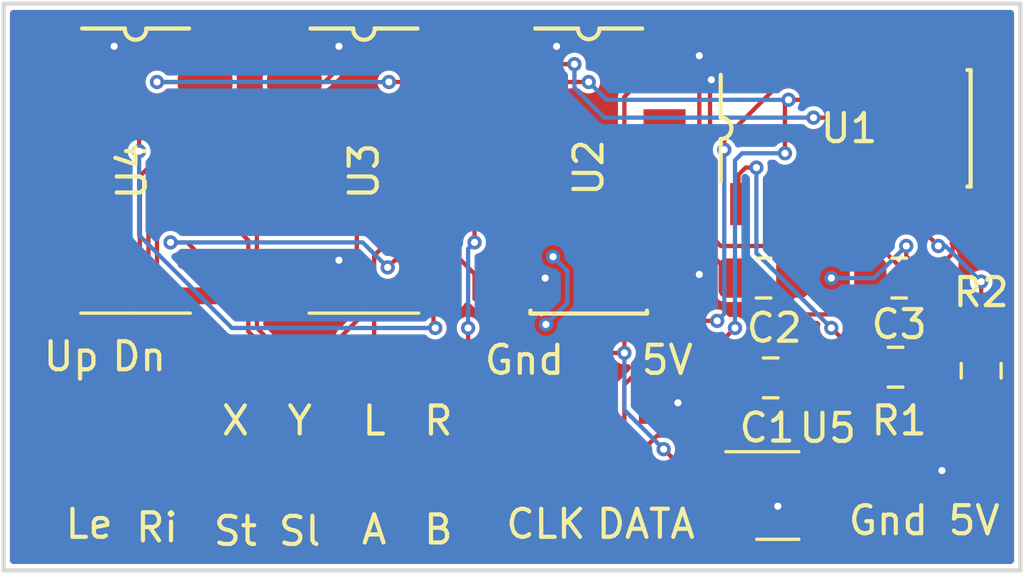
<source format=kicad_pcb>
(kicad_pcb (version 20171130) (host pcbnew "(5.1.7)-1")

  (general
    (thickness 1.6)
    (drawings 4)
    (tracks 299)
    (zones 0)
    (modules 17)
    (nets 37)
  )

  (page A4)
  (title_block
    (title "SNES SIPO Decoder")
    (rev v01)
    (comment 4 "Author: Rony Ballouz")
  )

  (layers
    (0 F.Cu signal)
    (31 B.Cu signal)
    (36 B.SilkS user)
    (37 F.SilkS user)
    (38 B.Mask user)
    (39 F.Mask user)
    (41 Cmts.User user)
    (44 Edge.Cuts user)
    (45 Margin user)
    (46 B.CrtYd user)
    (47 F.CrtYd user)
  )

  (setup
    (last_trace_width 0.1524)
    (trace_clearance 0.1524)
    (zone_clearance 0.1524)
    (zone_45_only no)
    (trace_min 0.1524)
    (via_size 0.508)
    (via_drill 0.254)
    (via_min_size 0.508)
    (via_min_drill 0.254)
    (uvia_size 0.508)
    (uvia_drill 0.254)
    (uvias_allowed no)
    (uvia_min_size 0)
    (uvia_min_drill 0)
    (edge_width 0.15)
    (segment_width 0.2)
    (pcb_text_width 0.3)
    (pcb_text_size 1.5 1.5)
    (mod_edge_width 0.15)
    (mod_text_size 1 1)
    (mod_text_width 0.15)
    (pad_size 1.524 1.524)
    (pad_drill 0.762)
    (pad_to_mask_clearance 0.0508)
    (solder_mask_min_width 0.101)
    (aux_axis_origin 0 0)
    (visible_elements 7FFFFFFF)
    (pcbplotparams
      (layerselection 0x010f0_ffffffff)
      (usegerberextensions true)
      (usegerberattributes false)
      (usegerberadvancedattributes false)
      (creategerberjobfile false)
      (excludeedgelayer true)
      (linewidth 0.100000)
      (plotframeref false)
      (viasonmask false)
      (mode 1)
      (useauxorigin false)
      (hpglpennumber 1)
      (hpglpenspeed 20)
      (hpglpendiameter 15.000000)
      (psnegative false)
      (psa4output false)
      (plotreference true)
      (plotvalue true)
      (plotinvisibletext false)
      (padsonsilk false)
      (subtractmaskfromsilk false)
      (outputformat 1)
      (mirror false)
      (drillshape 0)
      (scaleselection 1)
      (outputdirectory "C:/Users/famic/Documents/snesdecoder/gerbers/"))
  )

  (net 0 "")
  (net 1 "Net-(C1-Pad1)")
  (net 2 "Net-(J1-Pad2)")
  (net 3 "Net-(J1-Pad3)")
  (net 4 "Net-(J1-Pad4)")
  (net 5 +5V)
  (net 6 "Net-(J2-Pad1)")
  (net 7 "Net-(J2-Pad3)")
  (net 8 "Net-(J2-Pad2)")
  (net 9 "Net-(J2-Pad4)")
  (net 10 "Net-(J3-Pad2)")
  (net 11 "Net-(J3-Pad1)")
  (net 12 "Net-(J4-Pad2)")
  (net 13 "Net-(J4-Pad1)")
  (net 14 "Net-(J5-Pad2)")
  (net 15 "Net-(J5-Pad1)")
  (net 16 "Net-(J6-Pad2)")
  (net 17 "Net-(J6-Pad1)")
  (net 18 "Net-(R1-Pad2)")
  (net 19 "Net-(R2-Pad2)")
  (net 20 "Net-(U1-Pad10)")
  (net 21 "Net-(U1-Pad12)")
  (net 22 "Net-(U2-Pad11)")
  (net 23 "Net-(U2-Pad12)")
  (net 24 "Net-(U2-Pad13)")
  (net 25 "Net-(U2-Pad14)")
  (net 26 "Net-(U3-Pad9)")
  (net 27 "Net-(U3-Pad3)")
  (net 28 "Net-(U4-Pad9)")
  (net 29 "Net-(U3-Pad5)")
  (net 30 "Net-(U3-Pad4)")
  (net 31 "Net-(C1-Pad2)")
  (net 32 "Net-(U1-Pad2)")
  (net 33 "Net-(U4-Pad14)")
  (net 34 "Net-(U1-Pad11)")
  (net 35 "Net-(U2-Pad15)")
  (net 36 GND)

  (net_class Default "This is the default net class."
    (clearance 0.1524)
    (trace_width 0.1524)
    (via_dia 0.508)
    (via_drill 0.254)
    (uvia_dia 0.508)
    (uvia_drill 0.254)
    (diff_pair_width 0.1524)
    (diff_pair_gap 0.1524)
    (add_net +5V)
    (add_net GND)
    (add_net "Net-(C1-Pad1)")
    (add_net "Net-(C1-Pad2)")
    (add_net "Net-(J1-Pad2)")
    (add_net "Net-(J1-Pad3)")
    (add_net "Net-(J1-Pad4)")
    (add_net "Net-(J2-Pad1)")
    (add_net "Net-(J2-Pad2)")
    (add_net "Net-(J2-Pad3)")
    (add_net "Net-(J2-Pad4)")
    (add_net "Net-(J3-Pad1)")
    (add_net "Net-(J3-Pad2)")
    (add_net "Net-(J4-Pad1)")
    (add_net "Net-(J4-Pad2)")
    (add_net "Net-(J5-Pad1)")
    (add_net "Net-(J5-Pad2)")
    (add_net "Net-(J6-Pad1)")
    (add_net "Net-(J6-Pad2)")
    (add_net "Net-(R1-Pad2)")
    (add_net "Net-(R2-Pad2)")
    (add_net "Net-(U1-Pad10)")
    (add_net "Net-(U1-Pad11)")
    (add_net "Net-(U1-Pad12)")
    (add_net "Net-(U1-Pad2)")
    (add_net "Net-(U2-Pad11)")
    (add_net "Net-(U2-Pad12)")
    (add_net "Net-(U2-Pad13)")
    (add_net "Net-(U2-Pad14)")
    (add_net "Net-(U2-Pad15)")
    (add_net "Net-(U3-Pad3)")
    (add_net "Net-(U3-Pad4)")
    (add_net "Net-(U3-Pad5)")
    (add_net "Net-(U3-Pad9)")
    (add_net "Net-(U4-Pad14)")
    (add_net "Net-(U4-Pad9)")
  )

  (module Package_SO:SOIC-14_3.9x8.7mm_P1.27mm (layer F.Cu) (tedit 5F90B823) (tstamp 5FBF7D7D)
    (at 164.719 96.139 90)
    (descr "14-Lead Plastic Small Outline (SL) - Narrow, 3.90 mm Body [SOIC] (see Microchip Packaging Specification 00000049BS.pdf)")
    (tags "SOIC 1.27")
    (path /5F8E720C)
    (attr smd)
    (fp_text reference U1 (at 0 0.127) (layer F.SilkS)
      (effects (font (size 1 1) (thickness 0.15)))
    )
    (fp_text value 74HC04 (at 0 5.375 90) (layer F.Fab)
      (effects (font (size 1 1) (thickness 0.15)))
    )
    (fp_line (start -0.381 -4.445) (end -1.905 -4.445) (layer F.SilkS) (width 0.15))
    (fp_line (start 0.381 -4.445) (end 1.905 -4.445) (layer F.SilkS) (width 0.15))
    (fp_line (start -0.95 -4.35) (end 1.95 -4.35) (layer F.Fab) (width 0.15))
    (fp_line (start 1.95 -4.35) (end 1.95 4.35) (layer F.Fab) (width 0.15))
    (fp_line (start 1.95 4.35) (end -1.95 4.35) (layer F.Fab) (width 0.15))
    (fp_line (start -1.95 4.35) (end -1.95 -3.35) (layer F.Fab) (width 0.15))
    (fp_line (start -1.95 -3.35) (end -0.95 -4.35) (layer F.Fab) (width 0.15))
    (fp_line (start -3.7 -4.65) (end -3.7 4.65) (layer F.CrtYd) (width 0.05))
    (fp_line (start 3.7 -4.65) (end 3.7 4.65) (layer F.CrtYd) (width 0.05))
    (fp_line (start -3.7 -4.65) (end 3.7 -4.65) (layer F.CrtYd) (width 0.05))
    (fp_line (start -3.7 4.65) (end 3.7 4.65) (layer F.CrtYd) (width 0.05))
    (fp_line (start 2.075 4.45) (end 2.075 4.335) (layer F.SilkS) (width 0.15))
    (fp_line (start -2.075 4.45) (end -2.075 4.335) (layer F.SilkS) (width 0.15))
    (fp_line (start -2.075 4.45) (end 2.075 4.45) (layer F.SilkS) (width 0.15))
    (fp_arc (start 0 -4.445) (end -0.381 -4.445) (angle -180) (layer F.SilkS) (width 0.15))
    (fp_text user %R (at 0 0 90) (layer F.Fab)
      (effects (font (size 0.9 0.9) (thickness 0.135)))
    )
    (pad 14 smd rect (at 2.7 -3.81 90) (size 1.5 0.6) (layers F.Cu F.Paste F.Mask)
      (net 5 +5V))
    (pad 13 smd rect (at 2.7 -2.54 90) (size 1.5 0.6) (layers F.Cu F.Paste F.Mask)
      (net 4 "Net-(J1-Pad4)"))
    (pad 12 smd rect (at 2.7 -1.27 90) (size 1.5 0.6) (layers F.Cu F.Paste F.Mask)
      (net 21 "Net-(U1-Pad12)"))
    (pad 11 smd rect (at 2.7 0 90) (size 1.5 0.6) (layers F.Cu F.Paste F.Mask)
      (net 34 "Net-(U1-Pad11)"))
    (pad 10 smd rect (at 2.7 1.27 90) (size 1.5 0.6) (layers F.Cu F.Paste F.Mask)
      (net 20 "Net-(U1-Pad10)"))
    (pad 9 smd rect (at 2.7 2.54 90) (size 1.5 0.6) (layers F.Cu F.Paste F.Mask)
      (net 19 "Net-(R2-Pad2)"))
    (pad 8 smd rect (at 2.7 3.81 90) (size 1.5 0.6) (layers F.Cu F.Paste F.Mask)
      (net 34 "Net-(U1-Pad11)"))
    (pad 7 smd rect (at -2.7 3.81 90) (size 1.5 0.6) (layers F.Cu F.Paste F.Mask)
      (net 36 GND))
    (pad 6 smd rect (at -2.7 2.54 90) (size 1.5 0.6) (layers F.Cu F.Paste F.Mask)
      (net 19 "Net-(R2-Pad2)"))
    (pad 5 smd rect (at -2.7 1.27 90) (size 1.5 0.6) (layers F.Cu F.Paste F.Mask)
      (net 1 "Net-(C1-Pad1)"))
    (pad 4 smd rect (at -2.7 0 90) (size 1.5 0.6) (layers F.Cu F.Paste F.Mask)
      (net 1 "Net-(C1-Pad1)"))
    (pad 3 smd rect (at -2.7 -1.27 90) (size 1.5 0.6) (layers F.Cu F.Paste F.Mask)
      (net 32 "Net-(U1-Pad2)"))
    (pad 2 smd rect (at -2.7 -2.54 90) (size 1.5 0.6) (layers F.Cu F.Paste F.Mask)
      (net 32 "Net-(U1-Pad2)"))
    (pad 1 smd rect (at -2.7 -3.81 90) (size 1.5 0.6) (layers F.Cu F.Paste F.Mask)
      (net 18 "Net-(R1-Pad2)"))
    (model ${KISYS3DMOD}/Package_SO.3dshapes/SOIC-14_3.9x8.7mm_P1.27mm.wrl
      (at (xyz 0 0 0))
      (scale (xyz 1 1 1))
      (rotate (xyz 0 0 0))
    )
  )

  (module IO:Connector_Wire_5PAD (layer F.Cu) (tedit 5F8F5D65) (tstamp 5FBF70E5)
    (at 155.829 104.394)
    (path /5F8F49EA)
    (fp_text reference J1 (at 0 0.5) (layer Cmts.User)
      (effects (font (size 1 1) (thickness 0.15)))
    )
    (fp_text value "SNES Controller Input" (at 0 -0.5) (layer F.Fab)
      (effects (font (size 1 1) (thickness 0.15)))
    )
    (fp_line (start -4.064 -1.016) (end -4.064 6.858) (layer F.CrtYd) (width 0.15))
    (fp_line (start -4.064 6.858) (end 3.81 6.858) (layer F.CrtYd) (width 0.15))
    (fp_line (start 3.81 6.858) (end 3.81 -1.016) (layer F.CrtYd) (width 0.15))
    (fp_line (start 3.81 -1.016) (end -4.064 -1.016) (layer F.CrtYd) (width 0.15))
    (fp_text user DATA (at 1.778 5.842) (layer F.SilkS)
      (effects (font (size 1 1) (thickness 0.15)))
    )
    (fp_text user CLK (at -1.778 5.842) (layer F.SilkS)
      (effects (font (size 1 1) (thickness 0.15)))
    )
    (fp_text user 5V (at 2.54 0) (layer F.SilkS)
      (effects (font (size 1 1) (thickness 0.15)))
    )
    (fp_text user Gnd (at -2.54 0) (layer F.SilkS)
      (effects (font (size 1 1) (thickness 0.15)))
    )
    (pad 5 smd rect (at 2.032 1.524) (size 1 1.5) (layers F.Cu F.Paste F.Mask)
      (net 5 +5V))
    (pad 4 smd rect (at 1.016 3.81) (size 1 1.5) (layers F.Cu F.Paste F.Mask)
      (net 4 "Net-(J1-Pad4)"))
    (pad 3 smd rect (at 0 1.524) (size 1 1.5) (layers F.Cu F.Paste F.Mask)
      (net 3 "Net-(J1-Pad3)"))
    (pad 2 smd rect (at -1.016 3.81) (size 1 1.5) (layers F.Cu F.Paste F.Mask)
      (net 2 "Net-(J1-Pad2)"))
    (pad 1 smd rect (at -2.032 1.524) (size 1 1.5) (layers F.Cu F.Paste F.Mask)
      (net 36 GND))
  )

  (module Package_SO:SC-74-6_1.5x2.9mm_P0.95mm (layer F.Cu) (tedit 5D9F72B0) (tstamp 5FA9A6FD)
    (at 162.306 109.22)
    (descr "SC-74, 6 Pin (https://www.nxp.com/docs/en/package-information/SOT457.pdf), generated with kicad-footprint-generator ipc_gullwing_generator.py")
    (tags "SC-74 SO")
    (path /5FA9FD83)
    (attr smd)
    (fp_text reference U5 (at 1.778 -2.4) (layer F.SilkS)
      (effects (font (size 1 1) (thickness 0.15)))
    )
    (fp_text value 74LVC2G17 (at 0 2.4) (layer F.Fab)
      (effects (font (size 1 1) (thickness 0.15)))
    )
    (fp_line (start 2.1 -1.7) (end -2.1 -1.7) (layer F.CrtYd) (width 0.05))
    (fp_line (start 2.1 1.7) (end 2.1 -1.7) (layer F.CrtYd) (width 0.05))
    (fp_line (start -2.1 1.7) (end 2.1 1.7) (layer F.CrtYd) (width 0.05))
    (fp_line (start -2.1 -1.7) (end -2.1 1.7) (layer F.CrtYd) (width 0.05))
    (fp_line (start -0.75 -1.075) (end -0.375 -1.45) (layer F.Fab) (width 0.1))
    (fp_line (start -0.75 1.45) (end -0.75 -1.075) (layer F.Fab) (width 0.1))
    (fp_line (start 0.75 1.45) (end -0.75 1.45) (layer F.Fab) (width 0.1))
    (fp_line (start 0.75 -1.45) (end 0.75 1.45) (layer F.Fab) (width 0.1))
    (fp_line (start -0.375 -1.45) (end 0.75 -1.45) (layer F.Fab) (width 0.1))
    (fp_line (start 0 -1.56) (end -1.85 -1.56) (layer F.SilkS) (width 0.12))
    (fp_line (start 0 -1.56) (end 0.75 -1.56) (layer F.SilkS) (width 0.12))
    (fp_line (start 0 1.56) (end -0.75 1.56) (layer F.SilkS) (width 0.12))
    (fp_line (start 0 1.56) (end 0.75 1.56) (layer F.SilkS) (width 0.12))
    (fp_text user %R (at 0 0) (layer F.Fab)
      (effects (font (size 0.38 0.38) (thickness 0.06)))
    )
    (pad 6 smd roundrect (at 1.1375 -0.95) (size 1.425 0.5) (layers F.Cu F.Paste F.Mask) (roundrect_rratio 0.25)
      (net 3 "Net-(J1-Pad3)"))
    (pad 5 smd roundrect (at 1.1375 0) (size 1.425 0.5) (layers F.Cu F.Paste F.Mask) (roundrect_rratio 0.25)
      (net 5 +5V))
    (pad 4 smd roundrect (at 1.1375 0.95) (size 1.425 0.5) (layers F.Cu F.Paste F.Mask) (roundrect_rratio 0.25)
      (net 2 "Net-(J1-Pad2)"))
    (pad 3 smd roundrect (at -1.1375 0.95) (size 1.425 0.5) (layers F.Cu F.Paste F.Mask) (roundrect_rratio 0.25)
      (net 34 "Net-(U1-Pad11)"))
    (pad 2 smd roundrect (at -1.1375 0) (size 1.425 0.5) (layers F.Cu F.Paste F.Mask) (roundrect_rratio 0.25)
      (net 36 GND))
    (pad 1 smd roundrect (at -1.1375 -0.95) (size 1.425 0.5) (layers F.Cu F.Paste F.Mask) (roundrect_rratio 0.25)
      (net 35 "Net-(U2-Pad15)"))
    (model ${KISYS3DMOD}/Package_SO.3dshapes/SC-74-6_1.5x2.9mm_P0.95mm.wrl
      (at (xyz 0 0 0))
      (scale (xyz 1 1 1))
      (rotate (xyz 0 0 0))
    )
  )

  (module IO:2PAD_AB (layer F.Cu) (tedit 5F8F6142) (tstamp 5F920AF5)
    (at 149.080001 107.644)
    (path /5F91B4CD)
    (fp_text reference J3 (at 0 0.5) (layer Cmts.User)
      (effects (font (size 1 1) (thickness 0.15)))
    )
    (fp_text value AB (at 0 -0.5) (layer F.Fab)
      (effects (font (size 1 1) (thickness 0.15)))
    )
    (fp_line (start -2.032 0) (end -2.032 3.556) (layer F.CrtYd) (width 0.15))
    (fp_line (start -2.032 3.556) (end 2.032 3.556) (layer F.CrtYd) (width 0.15))
    (fp_line (start 2.032 3.556) (end 2.032 0) (layer F.CrtYd) (width 0.15))
    (fp_line (start 2.032 0) (end -2.032 0) (layer F.CrtYd) (width 0.15))
    (fp_text user A (at -1.143 2.794) (layer F.SilkS)
      (effects (font (size 1 1) (thickness 0.15)))
    )
    (fp_text user B (at 1.143 2.794) (layer F.SilkS)
      (effects (font (size 1 1) (thickness 0.15)))
    )
    (pad 1 smd rect (at -1.143 1.016) (size 1 1.5) (layers F.Cu F.Paste F.Mask)
      (net 11 "Net-(J3-Pad1)"))
    (pad 2 smd rect (at 1.143 1.016) (size 1 1.5) (layers F.Cu F.Paste F.Mask)
      (net 10 "Net-(J3-Pad2)"))
  )

  (module Package_SO:SOIC-16_3.9x9.9mm_P1.27mm (layer F.Cu) (tedit 5F93472D) (tstamp 5F93AE53)
    (at 147.574 97.663)
    (descr "SOIC, 16 Pin (JEDEC MS-012AC, https://www.analog.com/media/en/package-pcb-resources/package/pkg_pdf/soic_narrow-r/r_16.pdf), generated with kicad-footprint-generator ipc_gullwing_generator.py")
    (tags "SOIC SO")
    (path /5F94EBFC)
    (attr smd)
    (fp_text reference U3 (at 0 0 90) (layer F.SilkS)
      (effects (font (size 1 1) (thickness 0.15)))
    )
    (fp_text value TPIC6C596 (at 0 5.9) (layer F.Fab)
      (effects (font (size 1 1) (thickness 0.15)))
    )
    (fp_line (start 0 5.06) (end 1.95 5.06) (layer F.SilkS) (width 0.12))
    (fp_line (start 0 5.06) (end -1.95 5.06) (layer F.SilkS) (width 0.12))
    (fp_line (start -0.975 -4.95) (end 1.95 -4.95) (layer F.Fab) (width 0.1))
    (fp_line (start 1.95 -4.95) (end 1.95 4.95) (layer F.Fab) (width 0.1))
    (fp_line (start 1.95 4.95) (end -1.95 4.95) (layer F.Fab) (width 0.1))
    (fp_line (start -1.95 4.95) (end -1.95 -3.975) (layer F.Fab) (width 0.1))
    (fp_line (start -1.95 -3.975) (end -0.975 -4.95) (layer F.Fab) (width 0.1))
    (fp_line (start -3.7 -5.2) (end -3.7 5.2) (layer F.CrtYd) (width 0.05))
    (fp_line (start -3.7 5.2) (end 3.7 5.2) (layer F.CrtYd) (width 0.05))
    (fp_line (start 3.7 5.2) (end 3.7 -5.2) (layer F.CrtYd) (width 0.05))
    (fp_line (start 3.7 -5.2) (end -3.7 -5.2) (layer F.CrtYd) (width 0.05))
    (fp_line (start -0.380999 -5.079999) (end -1.905 -5.079999) (layer F.SilkS) (width 0.15))
    (fp_line (start 0.380999 -5.080001) (end 1.905 -5.080001) (layer F.SilkS) (width 0.15))
    (fp_text user %R (at 0 0) (layer F.Fab)
      (effects (font (size 0.98 0.98) (thickness 0.15)))
    )
    (fp_arc (start 0 -5.06) (end -0.380999 -5.079999) (angle -186.0097889) (layer F.SilkS) (width 0.15))
    (pad 16 smd roundrect (at 2.475 -4.445) (size 1.95 0.6) (layers F.Cu F.Paste F.Mask) (roundrect_rratio 0.25)
      (net 36 GND))
    (pad 15 smd roundrect (at 2.475 -3.175) (size 1.95 0.6) (layers F.Cu F.Paste F.Mask) (roundrect_rratio 0.25)
      (net 20 "Net-(U1-Pad10)"))
    (pad 14 smd roundrect (at 2.475 -1.905) (size 1.95 0.6) (layers F.Cu F.Paste F.Mask) (roundrect_rratio 0.25)
      (net 9 "Net-(J2-Pad4)"))
    (pad 13 smd roundrect (at 2.475 -0.635) (size 1.95 0.6) (layers F.Cu F.Paste F.Mask) (roundrect_rratio 0.25)
      (net 11 "Net-(J3-Pad1)"))
    (pad 12 smd roundrect (at 2.475 0.635) (size 1.95 0.6) (layers F.Cu F.Paste F.Mask) (roundrect_rratio 0.25)
      (net 13 "Net-(J4-Pad1)"))
    (pad 11 smd roundrect (at 2.475 1.905) (size 1.95 0.6) (layers F.Cu F.Paste F.Mask) (roundrect_rratio 0.25)
      (net 17 "Net-(J6-Pad1)"))
    (pad 10 smd roundrect (at 2.475 3.175) (size 1.95 0.6) (layers F.Cu F.Paste F.Mask) (roundrect_rratio 0.25)
      (net 35 "Net-(U2-Pad15)"))
    (pad 9 smd roundrect (at 2.475 4.445) (size 1.95 0.6) (layers F.Cu F.Paste F.Mask) (roundrect_rratio 0.25)
      (net 26 "Net-(U3-Pad9)"))
    (pad 8 smd roundrect (at -2.475 4.445) (size 1.95 0.6) (layers F.Cu F.Paste F.Mask) (roundrect_rratio 0.25)
      (net 36 GND))
    (pad 7 smd roundrect (at -2.475 3.175) (size 1.95 0.6) (layers F.Cu F.Paste F.Mask) (roundrect_rratio 0.25)
      (net 5 +5V))
    (pad 6 smd roundrect (at -2.475 1.905) (size 1.95 0.6) (layers F.Cu F.Paste F.Mask) (roundrect_rratio 0.25)
      (net 16 "Net-(J6-Pad2)"))
    (pad 5 smd roundrect (at -2.475 0.635) (size 1.95 0.6) (layers F.Cu F.Paste F.Mask) (roundrect_rratio 0.25)
      (net 29 "Net-(U3-Pad5)"))
    (pad 4 smd roundrect (at -2.475 -0.635) (size 1.95 0.6) (layers F.Cu F.Paste F.Mask) (roundrect_rratio 0.25)
      (net 30 "Net-(U3-Pad4)"))
    (pad 3 smd roundrect (at -2.475 -1.905) (size 1.95 0.6) (layers F.Cu F.Paste F.Mask) (roundrect_rratio 0.25)
      (net 27 "Net-(U3-Pad3)"))
    (pad 2 smd roundrect (at -2.475 -3.175) (size 1.95 0.6) (layers F.Cu F.Paste F.Mask) (roundrect_rratio 0.25)
      (net 21 "Net-(U1-Pad12)"))
    (pad 1 smd roundrect (at -2.475 -4.445) (size 1.95 0.6) (layers F.Cu F.Paste F.Mask) (roundrect_rratio 0.25)
      (net 5 +5V))
    (model ${KISYS3DMOD}/Package_SO.3dshapes/SOIC-16_3.9x9.9mm_P1.27mm.wrl
      (at (xyz 0 0 0))
      (scale (xyz 1 1 1))
      (rotate (xyz 0 0 0))
    )
  )

  (module Resistor_SMD:R_0805_2012Metric_Pad1.15x1.40mm_HandSolder (layer F.Cu) (tedit 5B36C52B) (tstamp 5F94CB10)
    (at 169.545 104.775 90)
    (descr "Resistor SMD 0805 (2012 Metric), square (rectangular) end terminal, IPC_7351 nominal with elongated pad for handsoldering. (Body size source: https://docs.google.com/spreadsheets/d/1BsfQQcO9C6DZCsRaXUlFlo91Tg2WpOkGARC1WS5S8t0/edit?usp=sharing), generated with kicad-footprint-generator")
    (tags "resistor handsolder")
    (path /5F966EA4)
    (attr smd)
    (fp_text reference R2 (at 2.794 0) (layer F.SilkS)
      (effects (font (size 1 1) (thickness 0.15)))
    )
    (fp_text value 1k (at 0 1.65 90) (layer F.Fab)
      (effects (font (size 1 1) (thickness 0.15)))
    )
    (fp_line (start 1.85 0.95) (end -1.85 0.95) (layer F.CrtYd) (width 0.05))
    (fp_line (start 1.85 -0.95) (end 1.85 0.95) (layer F.CrtYd) (width 0.05))
    (fp_line (start -1.85 -0.95) (end 1.85 -0.95) (layer F.CrtYd) (width 0.05))
    (fp_line (start -1.85 0.95) (end -1.85 -0.95) (layer F.CrtYd) (width 0.05))
    (fp_line (start -0.261252 0.71) (end 0.261252 0.71) (layer F.SilkS) (width 0.12))
    (fp_line (start -0.261252 -0.71) (end 0.261252 -0.71) (layer F.SilkS) (width 0.12))
    (fp_line (start 1 0.6) (end -1 0.6) (layer F.Fab) (width 0.1))
    (fp_line (start 1 -0.6) (end 1 0.6) (layer F.Fab) (width 0.1))
    (fp_line (start -1 -0.6) (end 1 -0.6) (layer F.Fab) (width 0.1))
    (fp_line (start -1 0.6) (end -1 -0.6) (layer F.Fab) (width 0.1))
    (fp_text user %R (at 0 0 90) (layer F.Fab)
      (effects (font (size 0.5 0.5) (thickness 0.08)))
    )
    (pad 2 smd roundrect (at 1.025 0 90) (size 1.15 1.4) (layers F.Cu F.Paste F.Mask) (roundrect_rratio 0.2173904347826087)
      (net 19 "Net-(R2-Pad2)"))
    (pad 1 smd roundrect (at -1.025 0 90) (size 1.15 1.4) (layers F.Cu F.Paste F.Mask) (roundrect_rratio 0.2173904347826087)
      (net 31 "Net-(C1-Pad2)"))
    (model ${KISYS3DMOD}/Resistor_SMD.3dshapes/R_0805_2012Metric.wrl
      (at (xyz 0 0 0))
      (scale (xyz 1 1 1))
      (rotate (xyz 0 0 0))
    )
  )

  (module Capacitor_SMD:C_0805_2012Metric_Pad1.15x1.40mm_HandSolder (layer F.Cu) (tedit 5B36C52B) (tstamp 5F94CC04)
    (at 166.624 101.473 180)
    (descr "Capacitor SMD 0805 (2012 Metric), square (rectangular) end terminal, IPC_7351 nominal with elongated pad for handsoldering. (Body size source: https://docs.google.com/spreadsheets/d/1BsfQQcO9C6DZCsRaXUlFlo91Tg2WpOkGARC1WS5S8t0/edit?usp=sharing), generated with kicad-footprint-generator")
    (tags "capacitor handsolder")
    (path /5F92EDFD)
    (attr smd)
    (fp_text reference C3 (at 0 -1.65) (layer F.SilkS)
      (effects (font (size 1 1) (thickness 0.15)))
    )
    (fp_text value 0.1u (at 0 1.65) (layer F.Fab)
      (effects (font (size 1 1) (thickness 0.15)))
    )
    (fp_line (start 1.85 0.95) (end -1.85 0.95) (layer F.CrtYd) (width 0.05))
    (fp_line (start 1.85 -0.95) (end 1.85 0.95) (layer F.CrtYd) (width 0.05))
    (fp_line (start -1.85 -0.95) (end 1.85 -0.95) (layer F.CrtYd) (width 0.05))
    (fp_line (start -1.85 0.95) (end -1.85 -0.95) (layer F.CrtYd) (width 0.05))
    (fp_line (start -0.261252 0.71) (end 0.261252 0.71) (layer F.SilkS) (width 0.12))
    (fp_line (start -0.261252 -0.71) (end 0.261252 -0.71) (layer F.SilkS) (width 0.12))
    (fp_line (start 1 0.6) (end -1 0.6) (layer F.Fab) (width 0.1))
    (fp_line (start 1 -0.6) (end 1 0.6) (layer F.Fab) (width 0.1))
    (fp_line (start -1 -0.6) (end 1 -0.6) (layer F.Fab) (width 0.1))
    (fp_line (start -1 0.6) (end -1 -0.6) (layer F.Fab) (width 0.1))
    (fp_text user %R (at 0 0) (layer F.Fab)
      (effects (font (size 0.5 0.5) (thickness 0.08)))
    )
    (pad 2 smd roundrect (at 1.025 0 180) (size 1.15 1.4) (layers F.Cu F.Paste F.Mask) (roundrect_rratio 0.2173904347826087)
      (net 5 +5V))
    (pad 1 smd roundrect (at -1.025 0 180) (size 1.15 1.4) (layers F.Cu F.Paste F.Mask) (roundrect_rratio 0.2173904347826087)
      (net 36 GND))
    (model ${KISYS3DMOD}/Capacitor_SMD.3dshapes/C_0805_2012Metric.wrl
      (at (xyz 0 0 0))
      (scale (xyz 1 1 1))
      (rotate (xyz 0 0 0))
    )
  )

  (module Capacitor_SMD:C_0805_2012Metric_Pad1.15x1.40mm_HandSolder (layer F.Cu) (tedit 5B36C52B) (tstamp 5F94C5FE)
    (at 161.798 101.473 180)
    (descr "Capacitor SMD 0805 (2012 Metric), square (rectangular) end terminal, IPC_7351 nominal with elongated pad for handsoldering. (Body size source: https://docs.google.com/spreadsheets/d/1BsfQQcO9C6DZCsRaXUlFlo91Tg2WpOkGARC1WS5S8t0/edit?usp=sharing), generated with kicad-footprint-generator")
    (tags "capacitor handsolder")
    (path /5F92D81E)
    (attr smd)
    (fp_text reference C2 (at -0.381 -1.778) (layer F.SilkS)
      (effects (font (size 1 1) (thickness 0.15)))
    )
    (fp_text value 0.1u (at 0 1.65) (layer F.Fab)
      (effects (font (size 1 1) (thickness 0.15)))
    )
    (fp_line (start 1.85 0.95) (end -1.85 0.95) (layer F.CrtYd) (width 0.05))
    (fp_line (start 1.85 -0.95) (end 1.85 0.95) (layer F.CrtYd) (width 0.05))
    (fp_line (start -1.85 -0.95) (end 1.85 -0.95) (layer F.CrtYd) (width 0.05))
    (fp_line (start -1.85 0.95) (end -1.85 -0.95) (layer F.CrtYd) (width 0.05))
    (fp_line (start -0.261252 0.71) (end 0.261252 0.71) (layer F.SilkS) (width 0.12))
    (fp_line (start -0.261252 -0.71) (end 0.261252 -0.71) (layer F.SilkS) (width 0.12))
    (fp_line (start 1 0.6) (end -1 0.6) (layer F.Fab) (width 0.1))
    (fp_line (start 1 -0.6) (end 1 0.6) (layer F.Fab) (width 0.1))
    (fp_line (start -1 -0.6) (end 1 -0.6) (layer F.Fab) (width 0.1))
    (fp_line (start -1 0.6) (end -1 -0.6) (layer F.Fab) (width 0.1))
    (fp_text user %R (at 0 0) (layer F.Fab)
      (effects (font (size 0.5 0.5) (thickness 0.08)))
    )
    (pad 2 smd roundrect (at 1.025 0 180) (size 1.15 1.4) (layers F.Cu F.Paste F.Mask) (roundrect_rratio 0.2173904347826087)
      (net 5 +5V))
    (pad 1 smd roundrect (at -1.025 0 180) (size 1.15 1.4) (layers F.Cu F.Paste F.Mask) (roundrect_rratio 0.2173904347826087)
      (net 36 GND))
    (model ${KISYS3DMOD}/Capacitor_SMD.3dshapes/C_0805_2012Metric.wrl
      (at (xyz 0 0 0))
      (scale (xyz 1 1 1))
      (rotate (xyz 0 0 0))
    )
  )

  (module Capacitor_SMD:C_0805_2012Metric_Pad1.15x1.40mm_HandSolder (layer F.Cu) (tedit 5B36C52B) (tstamp 5FA9B3E2)
    (at 162.052 105.029)
    (descr "Capacitor SMD 0805 (2012 Metric), square (rectangular) end terminal, IPC_7351 nominal with elongated pad for handsoldering. (Body size source: https://docs.google.com/spreadsheets/d/1BsfQQcO9C6DZCsRaXUlFlo91Tg2WpOkGARC1WS5S8t0/edit?usp=sharing), generated with kicad-footprint-generator")
    (tags "capacitor handsolder")
    (path /5F8EAA50)
    (attr smd)
    (fp_text reference C1 (at -0.127 1.778 180) (layer F.SilkS)
      (effects (font (size 1 1) (thickness 0.15)))
    )
    (fp_text value 10n (at 0 1.65) (layer F.Fab)
      (effects (font (size 1 1) (thickness 0.15)))
    )
    (fp_line (start 1.85 0.95) (end -1.85 0.95) (layer F.CrtYd) (width 0.05))
    (fp_line (start 1.85 -0.95) (end 1.85 0.95) (layer F.CrtYd) (width 0.05))
    (fp_line (start -1.85 -0.95) (end 1.85 -0.95) (layer F.CrtYd) (width 0.05))
    (fp_line (start -1.85 0.95) (end -1.85 -0.95) (layer F.CrtYd) (width 0.05))
    (fp_line (start -0.261252 0.71) (end 0.261252 0.71) (layer F.SilkS) (width 0.12))
    (fp_line (start -0.261252 -0.71) (end 0.261252 -0.71) (layer F.SilkS) (width 0.12))
    (fp_line (start 1 0.6) (end -1 0.6) (layer F.Fab) (width 0.1))
    (fp_line (start 1 -0.6) (end 1 0.6) (layer F.Fab) (width 0.1))
    (fp_line (start -1 -0.6) (end 1 -0.6) (layer F.Fab) (width 0.1))
    (fp_line (start -1 0.6) (end -1 -0.6) (layer F.Fab) (width 0.1))
    (fp_text user %R (at 0 0) (layer F.Fab)
      (effects (font (size 0.5 0.5) (thickness 0.08)))
    )
    (pad 2 smd roundrect (at 1.025 0) (size 1.15 1.4) (layers F.Cu F.Paste F.Mask) (roundrect_rratio 0.2173904347826087)
      (net 31 "Net-(C1-Pad2)"))
    (pad 1 smd roundrect (at -1.025 0) (size 1.15 1.4) (layers F.Cu F.Paste F.Mask) (roundrect_rratio 0.2173904347826087)
      (net 1 "Net-(C1-Pad1)"))
    (model ${KISYS3DMOD}/Capacitor_SMD.3dshapes/C_0805_2012Metric.wrl
      (at (xyz 0 0 0))
      (scale (xyz 1 1 1))
      (rotate (xyz 0 0 0))
    )
  )

  (module IO:2PAD_LR (layer F.Cu) (tedit 5F8F61C7) (tstamp 5F9209B4)
    (at 149.080001 103.764)
    (path /5F91B56B)
    (fp_text reference J6 (at 0 0.5) (layer Cmts.User)
      (effects (font (size 1 1) (thickness 0.15)))
    )
    (fp_text value LR (at 0 -0.5) (layer F.Fab)
      (effects (font (size 1 1) (thickness 0.15)))
    )
    (fp_line (start -2.032 0) (end -2.032 3.556) (layer F.CrtYd) (width 0.15))
    (fp_line (start -2.032 3.556) (end 2.032 3.556) (layer F.CrtYd) (width 0.15))
    (fp_line (start 2.032 3.556) (end 2.032 0) (layer F.CrtYd) (width 0.15))
    (fp_line (start 2.032 0) (end -2.032 0) (layer F.CrtYd) (width 0.15))
    (fp_text user L (at -1.143 2.794) (layer F.SilkS)
      (effects (font (size 1 1) (thickness 0.15)))
    )
    (fp_text user R (at 1.143 2.794) (layer F.SilkS)
      (effects (font (size 1 1) (thickness 0.15)))
    )
    (pad 1 smd rect (at -1.143 1.016) (size 1 1.5) (layers F.Cu F.Paste F.Mask)
      (net 17 "Net-(J6-Pad1)"))
    (pad 2 smd rect (at 1.143 1.016) (size 1 1.5) (layers F.Cu F.Paste F.Mask)
      (net 16 "Net-(J6-Pad2)"))
  )

  (module IO:2PAD_XY (layer F.Cu) (tedit 5F8F616E) (tstamp 5F920A6B)
    (at 144.145 103.759)
    (path /5F91B525)
    (fp_text reference J4 (at 0 0.5) (layer Cmts.User)
      (effects (font (size 1 1) (thickness 0.15)))
    )
    (fp_text value XY (at 0 -0.5) (layer F.Fab)
      (effects (font (size 1 1) (thickness 0.15)))
    )
    (fp_line (start -2.032 0) (end -2.032 3.556) (layer F.CrtYd) (width 0.15))
    (fp_line (start -2.032 3.556) (end 2.032 3.556) (layer F.CrtYd) (width 0.15))
    (fp_line (start 2.032 3.556) (end 2.032 0) (layer F.CrtYd) (width 0.15))
    (fp_line (start 2.032 0) (end -2.032 0) (layer F.CrtYd) (width 0.15))
    (fp_text user X (at -1.143 2.794) (layer F.SilkS)
      (effects (font (size 1 1) (thickness 0.15)))
    )
    (fp_text user Y (at 1.143 2.794) (layer F.SilkS)
      (effects (font (size 1 1) (thickness 0.15)))
    )
    (pad 1 smd rect (at -1.143 1.016) (size 1 1.5) (layers F.Cu F.Paste F.Mask)
      (net 13 "Net-(J4-Pad1)"))
    (pad 2 smd rect (at 1.143 1.016) (size 1 1.5) (layers F.Cu F.Paste F.Mask)
      (net 12 "Net-(J4-Pad2)"))
  )

  (module Package_SO:SOIC-16_3.9x9.9mm_P1.27mm (layer F.Cu) (tedit 5F90B893) (tstamp 5F920AA4)
    (at 155.575 97.663)
    (descr "16-Lead Plastic Small Outline (SL) - Narrow, 3.90 mm Body [SOIC] (see Microchip Packaging Specification 00000049BS.pdf)")
    (tags "SOIC 1.27")
    (path /5F8F0C18)
    (attr smd)
    (fp_text reference U2 (at 0 -0.127 90) (layer F.SilkS)
      (effects (font (size 1 1) (thickness 0.15)))
    )
    (fp_text value 74LS161 (at 0 6) (layer F.Fab)
      (effects (font (size 1 1) (thickness 0.15)))
    )
    (fp_line (start -0.381 -5.08) (end -1.905 -5.08) (layer F.SilkS) (width 0.15))
    (fp_line (start 0.381 -5.08) (end 1.905 -5.08) (layer F.SilkS) (width 0.15))
    (fp_line (start -0.95 -4.95) (end 1.95 -4.95) (layer F.Fab) (width 0.15))
    (fp_line (start 1.95 -4.95) (end 1.95 4.95) (layer F.Fab) (width 0.15))
    (fp_line (start 1.95 4.95) (end -1.95 4.95) (layer F.Fab) (width 0.15))
    (fp_line (start -1.95 4.95) (end -1.95 -3.95) (layer F.Fab) (width 0.15))
    (fp_line (start -1.95 -3.95) (end -0.95 -4.95) (layer F.Fab) (width 0.15))
    (fp_line (start -3.7 -5.25) (end -3.7 5.25) (layer F.CrtYd) (width 0.05))
    (fp_line (start 3.7 -5.25) (end 3.7 5.25) (layer F.CrtYd) (width 0.05))
    (fp_line (start -3.7 -5.25) (end 3.7 -5.25) (layer F.CrtYd) (width 0.05))
    (fp_line (start -3.7 5.25) (end 3.7 5.25) (layer F.CrtYd) (width 0.05))
    (fp_line (start 2.075 5.075) (end 2.075 4.97) (layer F.SilkS) (width 0.15))
    (fp_line (start -2.075 5.075) (end -2.075 4.97) (layer F.SilkS) (width 0.15))
    (fp_line (start -2.075 5.075) (end 2.075 5.075) (layer F.SilkS) (width 0.15))
    (fp_arc (start 0 -5.08) (end -0.381 -5.08) (angle -180) (layer F.SilkS) (width 0.15))
    (fp_text user %R (at 0 0) (layer F.Fab)
      (effects (font (size 0.9 0.9) (thickness 0.135)))
    )
    (pad 16 smd rect (at 2.7 -4.445) (size 1.5 0.6) (layers F.Cu F.Paste F.Mask)
      (net 5 +5V))
    (pad 15 smd rect (at 2.7 -3.175) (size 1.5 0.6) (layers F.Cu F.Paste F.Mask)
      (net 35 "Net-(U2-Pad15)"))
    (pad 14 smd rect (at 2.7 -1.905) (size 1.5 0.6) (layers F.Cu F.Paste F.Mask)
      (net 25 "Net-(U2-Pad14)"))
    (pad 13 smd rect (at 2.7 -0.635) (size 1.5 0.6) (layers F.Cu F.Paste F.Mask)
      (net 24 "Net-(U2-Pad13)"))
    (pad 12 smd rect (at 2.7 0.635) (size 1.5 0.6) (layers F.Cu F.Paste F.Mask)
      (net 23 "Net-(U2-Pad12)"))
    (pad 11 smd rect (at 2.7 1.905) (size 1.5 0.6) (layers F.Cu F.Paste F.Mask)
      (net 22 "Net-(U2-Pad11)"))
    (pad 10 smd rect (at 2.7 3.175) (size 1.5 0.6) (layers F.Cu F.Paste F.Mask)
      (net 5 +5V))
    (pad 9 smd rect (at 2.7 4.445) (size 1.5 0.6) (layers F.Cu F.Paste F.Mask)
      (net 5 +5V))
    (pad 8 smd rect (at -2.7 4.445) (size 1.5 0.6) (layers F.Cu F.Paste F.Mask)
      (net 36 GND))
    (pad 7 smd rect (at -2.7 3.175) (size 1.5 0.6) (layers F.Cu F.Paste F.Mask)
      (net 5 +5V))
    (pad 6 smd rect (at -2.7 1.905) (size 1.5 0.6) (layers F.Cu F.Paste F.Mask)
      (net 36 GND))
    (pad 5 smd rect (at -2.7 0.635) (size 1.5 0.6) (layers F.Cu F.Paste F.Mask)
      (net 36 GND))
    (pad 4 smd rect (at -2.7 -0.635) (size 1.5 0.6) (layers F.Cu F.Paste F.Mask)
      (net 36 GND))
    (pad 3 smd rect (at -2.7 -1.905) (size 1.5 0.6) (layers F.Cu F.Paste F.Mask)
      (net 36 GND))
    (pad 2 smd rect (at -2.7 -3.175) (size 1.5 0.6) (layers F.Cu F.Paste F.Mask)
      (net 34 "Net-(U1-Pad11)"))
    (pad 1 smd rect (at -2.7 -4.445) (size 1.5 0.6) (layers F.Cu F.Paste F.Mask)
      (net 5 +5V))
    (model ${KISYS3DMOD}/Package_SO.3dshapes/SOIC-16_3.9x9.9mm_P1.27mm.wrl
      (at (xyz 0 0 0))
      (scale (xyz 1 1 1))
      (rotate (xyz 0 0 0))
    )
  )

  (module Package_SO:SOIC-16_3.9x9.9mm_P1.27mm (layer F.Cu) (tedit 5F9346E6) (tstamp 5F93AE75)
    (at 139.446 97.663)
    (descr "SOIC, 16 Pin (JEDEC MS-012AC, https://www.analog.com/media/en/package-pcb-resources/package/pkg_pdf/soic_narrow-r/r_16.pdf), generated with kicad-footprint-generator ipc_gullwing_generator.py")
    (tags "SOIC SO")
    (path /5F9509A6)
    (attr smd)
    (fp_text reference U4 (at -0.127 0 90) (layer F.SilkS)
      (effects (font (size 1 1) (thickness 0.15)))
    )
    (fp_text value TPIC6C596 (at 0 5.9) (layer F.Fab)
      (effects (font (size 1 1) (thickness 0.15)))
    )
    (fp_line (start 0 5.06) (end 1.95 5.06) (layer F.SilkS) (width 0.12))
    (fp_line (start 0 5.06) (end -1.95 5.06) (layer F.SilkS) (width 0.12))
    (fp_line (start -0.975 -4.95) (end 1.95 -4.95) (layer F.Fab) (width 0.1))
    (fp_line (start 1.95 -4.95) (end 1.95 4.95) (layer F.Fab) (width 0.1))
    (fp_line (start 1.95 4.95) (end -1.95 4.95) (layer F.Fab) (width 0.1))
    (fp_line (start -1.95 4.95) (end -1.95 -3.975) (layer F.Fab) (width 0.1))
    (fp_line (start -1.95 -3.975) (end -0.975 -4.95) (layer F.Fab) (width 0.1))
    (fp_line (start -3.7 -5.2) (end -3.7 5.2) (layer F.CrtYd) (width 0.05))
    (fp_line (start -3.7 5.2) (end 3.7 5.2) (layer F.CrtYd) (width 0.05))
    (fp_line (start 3.7 5.2) (end 3.7 -5.2) (layer F.CrtYd) (width 0.05))
    (fp_line (start 3.7 -5.2) (end -3.7 -5.2) (layer F.CrtYd) (width 0.05))
    (fp_line (start 0.381 -5.08) (end 1.905 -5.08) (layer F.SilkS) (width 0.15))
    (fp_line (start -0.381 -5.08) (end -1.905 -5.08) (layer F.SilkS) (width 0.15))
    (fp_text user %R (at 0 0) (layer F.Fab)
      (effects (font (size 0.98 0.98) (thickness 0.15)))
    )
    (fp_arc (start 0 -5.06) (end -0.380999 -5.079999) (angle -186.0097889) (layer F.SilkS) (width 0.15))
    (pad 16 smd roundrect (at 2.475 -4.445) (size 1.95 0.6) (layers F.Cu F.Paste F.Mask) (roundrect_rratio 0.25)
      (net 36 GND))
    (pad 15 smd roundrect (at 2.475 -3.175) (size 1.95 0.6) (layers F.Cu F.Paste F.Mask) (roundrect_rratio 0.25)
      (net 20 "Net-(U1-Pad10)"))
    (pad 14 smd roundrect (at 2.475 -1.905) (size 1.95 0.6) (layers F.Cu F.Paste F.Mask) (roundrect_rratio 0.25)
      (net 33 "Net-(U4-Pad14)"))
    (pad 13 smd roundrect (at 2.475 -0.635) (size 1.95 0.6) (layers F.Cu F.Paste F.Mask) (roundrect_rratio 0.25)
      (net 10 "Net-(J3-Pad2)"))
    (pad 12 smd roundrect (at 2.475 0.635) (size 1.95 0.6) (layers F.Cu F.Paste F.Mask) (roundrect_rratio 0.25)
      (net 12 "Net-(J4-Pad2)"))
    (pad 11 smd roundrect (at 2.475 1.905) (size 1.95 0.6) (layers F.Cu F.Paste F.Mask) (roundrect_rratio 0.25)
      (net 14 "Net-(J5-Pad2)"))
    (pad 10 smd roundrect (at 2.475 3.175) (size 1.95 0.6) (layers F.Cu F.Paste F.Mask) (roundrect_rratio 0.25)
      (net 35 "Net-(U2-Pad15)"))
    (pad 9 smd roundrect (at 2.475 4.445) (size 1.95 0.6) (layers F.Cu F.Paste F.Mask) (roundrect_rratio 0.25)
      (net 28 "Net-(U4-Pad9)"))
    (pad 8 smd roundrect (at -2.475 4.445) (size 1.95 0.6) (layers F.Cu F.Paste F.Mask) (roundrect_rratio 0.25)
      (net 36 GND))
    (pad 7 smd roundrect (at -2.475 3.175) (size 1.95 0.6) (layers F.Cu F.Paste F.Mask) (roundrect_rratio 0.25)
      (net 5 +5V))
    (pad 6 smd roundrect (at -2.475 1.905) (size 1.95 0.6) (layers F.Cu F.Paste F.Mask) (roundrect_rratio 0.25)
      (net 15 "Net-(J5-Pad1)"))
    (pad 5 smd roundrect (at -2.475 0.635) (size 1.95 0.6) (layers F.Cu F.Paste F.Mask) (roundrect_rratio 0.25)
      (net 6 "Net-(J2-Pad1)"))
    (pad 4 smd roundrect (at -2.475 -0.635) (size 1.95 0.6) (layers F.Cu F.Paste F.Mask) (roundrect_rratio 0.25)
      (net 8 "Net-(J2-Pad2)"))
    (pad 3 smd roundrect (at -2.475 -1.905) (size 1.95 0.6) (layers F.Cu F.Paste F.Mask) (roundrect_rratio 0.25)
      (net 7 "Net-(J2-Pad3)"))
    (pad 2 smd roundrect (at -2.475 -3.175) (size 1.95 0.6) (layers F.Cu F.Paste F.Mask) (roundrect_rratio 0.25)
      (net 26 "Net-(U3-Pad9)"))
    (pad 1 smd roundrect (at -2.475 -4.445) (size 1.95 0.6) (layers F.Cu F.Paste F.Mask) (roundrect_rratio 0.25)
      (net 5 +5V))
    (model ${KISYS3DMOD}/Package_SO.3dshapes/SOIC-16_3.9x9.9mm_P1.27mm.wrl
      (at (xyz 0 0 0))
      (scale (xyz 1 1 1))
      (rotate (xyz 0 0 0))
    )
  )

  (module IO:4PAD_DIR (layer F.Cu) (tedit 5F90B9E8) (tstamp 5F94EBED)
    (at 138.43 105.283)
    (path /5F91B765)
    (fp_text reference J2 (at -0.254 2.032) (layer Cmts.User)
      (effects (font (size 1 1) (thickness 0.15)))
    )
    (fp_text value UpDownLeftRight (at 0 -0.5) (layer F.Fab)
      (effects (font (size 1 1) (thickness 0.15)))
    )
    (fp_line (start -2.794 -1.778) (end -2.794 6.096) (layer F.CrtYd) (width 0.15))
    (fp_line (start -2.794 6.096) (end 2.794 6.096) (layer F.CrtYd) (width 0.15))
    (fp_line (start 2.794 6.096) (end 2.794 -1.778) (layer F.CrtYd) (width 0.15))
    (fp_line (start 2.794 -1.778) (end -2.794 -1.778) (layer F.CrtYd) (width 0.15))
    (fp_text user Up (at -1.27 -1.016) (layer F.SilkS)
      (effects (font (size 1 1) (thickness 0.15)))
    )
    (fp_text user Dn (at 1.143 -1.016) (layer F.SilkS)
      (effects (font (size 1 1) (thickness 0.15)))
    )
    (fp_text user Le (at -0.635 4.953) (layer F.SilkS)
      (effects (font (size 1 1) (thickness 0.15)))
    )
    (fp_text user Ri (at 1.778 5.08) (layer F.SilkS)
      (effects (font (size 1 1) (thickness 0.15)))
    )
    (pad 1 smd rect (at -1.27 1.016) (size 1 1.5) (layers F.Cu F.Paste F.Mask)
      (net 6 "Net-(J2-Pad1)"))
    (pad 3 smd rect (at -0.254 3.302) (size 1 1.5) (layers F.Cu F.Paste F.Mask)
      (net 7 "Net-(J2-Pad3)"))
    (pad 2 smd rect (at 0.762 1.016) (size 1 1.5) (layers F.Cu F.Paste F.Mask)
      (net 8 "Net-(J2-Pad2)"))
    (pad 4 smd rect (at 1.778 3.302) (size 1 1.5) (layers F.Cu F.Paste F.Mask)
      (net 9 "Net-(J2-Pad4)"))
  )

  (module IO:2PAD_StartSel (layer F.Cu) (tedit 5F8F618E) (tstamp 5F920B7F)
    (at 144.145 107.696)
    (path /5F91B5B7)
    (fp_text reference J5 (at 0 0.5) (layer Cmts.User)
      (effects (font (size 1 1) (thickness 0.15)))
    )
    (fp_text value StartSel (at 0 -0.5) (layer F.Fab)
      (effects (font (size 1 1) (thickness 0.15)))
    )
    (fp_line (start -2.032 0) (end -2.032 3.556) (layer F.CrtYd) (width 0.15))
    (fp_line (start -2.032 3.556) (end 2.032 3.556) (layer F.CrtYd) (width 0.15))
    (fp_line (start 2.032 3.556) (end 2.032 0) (layer F.CrtYd) (width 0.15))
    (fp_line (start 2.032 0) (end -2.032 0) (layer F.CrtYd) (width 0.15))
    (fp_text user St (at -1.143 2.794) (layer F.SilkS)
      (effects (font (size 1 1) (thickness 0.15)))
    )
    (fp_text user Sl (at 1.143 2.794) (layer F.SilkS)
      (effects (font (size 1 1) (thickness 0.15)))
    )
    (pad 1 smd rect (at -1.143 1.016) (size 1 1.5) (layers F.Cu F.Paste F.Mask)
      (net 15 "Net-(J5-Pad1)"))
    (pad 2 smd rect (at 1.143 1.016) (size 1 1.5) (layers F.Cu F.Paste F.Mask)
      (net 14 "Net-(J5-Pad2)"))
  )

  (module IO:2PAD_Pwrr (layer F.Cu) (tedit 5F8F5E41) (tstamp 5FBF7E2C)
    (at 167.767 107.315)
    (path /5F9718F8)
    (fp_text reference J7 (at 0 0.5) (layer Cmts.User)
      (effects (font (size 1 1) (thickness 0.15)))
    )
    (fp_text value Power (at 0 -0.5) (layer F.Fab)
      (effects (font (size 1 1) (thickness 0.15)))
    )
    (fp_line (start -3.048 0) (end -3.048 3.556) (layer F.CrtYd) (width 0.15))
    (fp_line (start -3.048 3.556) (end 2.54 3.556) (layer F.CrtYd) (width 0.15))
    (fp_line (start 2.54 3.556) (end 2.54 0) (layer F.CrtYd) (width 0.15))
    (fp_line (start 2.54 0) (end -3.048 0) (layer F.CrtYd) (width 0.15))
    (fp_text user Gnd (at -1.524 2.794) (layer F.SilkS)
      (effects (font (size 1 1) (thickness 0.15)))
    )
    (fp_text user 5V (at 1.524 2.794) (layer F.SilkS)
      (effects (font (size 1 1) (thickness 0.15)))
    )
    (pad 1 smd rect (at -1.524 1.016) (size 1 1.5) (layers F.Cu F.Paste F.Mask)
      (net 36 GND))
    (pad 2 smd rect (at 1.524 1.016) (size 1 1.5) (layers F.Cu F.Paste F.Mask)
      (net 5 +5V))
  )

  (module Resistor_SMD:R_0805_2012Metric_Pad1.15x1.40mm_HandSolder (layer F.Cu) (tedit 5B36C52B) (tstamp 5F91320B)
    (at 166.497 104.648 180)
    (descr "Resistor SMD 0805 (2012 Metric), square (rectangular) end terminal, IPC_7351 nominal with elongated pad for handsoldering. (Body size source: https://docs.google.com/spreadsheets/d/1BsfQQcO9C6DZCsRaXUlFlo91Tg2WpOkGARC1WS5S8t0/edit?usp=sharing), generated with kicad-footprint-generator")
    (tags "resistor handsolder")
    (path /5F8EABDC)
    (attr smd)
    (fp_text reference R1 (at -0.127 -1.905 180) (layer F.SilkS)
      (effects (font (size 1 1) (thickness 0.15)))
    )
    (fp_text value 1k (at 0 1.65) (layer F.Fab)
      (effects (font (size 1 1) (thickness 0.15)))
    )
    (fp_line (start 1.85 0.95) (end -1.85 0.95) (layer F.CrtYd) (width 0.05))
    (fp_line (start 1.85 -0.95) (end 1.85 0.95) (layer F.CrtYd) (width 0.05))
    (fp_line (start -1.85 -0.95) (end 1.85 -0.95) (layer F.CrtYd) (width 0.05))
    (fp_line (start -1.85 0.95) (end -1.85 -0.95) (layer F.CrtYd) (width 0.05))
    (fp_line (start -0.261252 0.71) (end 0.261252 0.71) (layer F.SilkS) (width 0.12))
    (fp_line (start -0.261252 -0.71) (end 0.261252 -0.71) (layer F.SilkS) (width 0.12))
    (fp_line (start 1 0.6) (end -1 0.6) (layer F.Fab) (width 0.1))
    (fp_line (start 1 -0.6) (end 1 0.6) (layer F.Fab) (width 0.1))
    (fp_line (start -1 -0.6) (end 1 -0.6) (layer F.Fab) (width 0.1))
    (fp_line (start -1 0.6) (end -1 -0.6) (layer F.Fab) (width 0.1))
    (fp_text user %R (at 0 0) (layer F.Fab)
      (effects (font (size 0.5 0.5) (thickness 0.08)))
    )
    (pad 1 smd roundrect (at -1.025 0 180) (size 1.15 1.4) (layers F.Cu F.Paste F.Mask) (roundrect_rratio 0.2173904347826087)
      (net 31 "Net-(C1-Pad2)"))
    (pad 2 smd roundrect (at 1.025 0 180) (size 1.15 1.4) (layers F.Cu F.Paste F.Mask) (roundrect_rratio 0.2173904347826087)
      (net 18 "Net-(R1-Pad2)"))
    (model ${KISYS3DMOD}/Resistor_SMD.3dshapes/R_0805_2012Metric.wrl
      (at (xyz 0 0 0))
      (scale (xyz 1 1 1))
      (rotate (xyz 0 0 0))
    )
  )

  (gr_line (start 170.942 111.887) (end 134.747 111.887) (layer Edge.Cuts) (width 0.15) (tstamp 5F9214E3))
  (gr_line (start 170.942 91.694) (end 170.942 111.887) (layer Edge.Cuts) (width 0.15))
  (gr_line (start 134.747 91.694) (end 170.942 91.694) (layer Edge.Cuts) (width 0.15) (tstamp 5F94C1F5))
  (gr_line (start 134.747 111.887) (end 134.747 91.694) (layer Edge.Cuts) (width 0.15))

  (segment (start 164.719 98.839) (end 165.989 98.839) (width 0.1524) (layer F.Cu) (net 1))
  (segment (start 163.287601 102.768399) (end 165.887399 102.768399) (width 0.1524) (layer F.Cu) (net 1))
  (segment (start 161.027 105.029) (end 163.287601 102.768399) (width 0.1524) (layer F.Cu) (net 1))
  (segment (start 165.887399 102.768399) (end 166.624 102.031798) (width 0.1524) (layer F.Cu) (net 1))
  (segment (start 166.624 101.046142) (end 165.989 100.411142) (width 0.1524) (layer F.Cu) (net 1))
  (segment (start 166.624 102.031798) (end 166.624 101.046142) (width 0.1524) (layer F.Cu) (net 1))
  (segment (start 165.989 100.411142) (end 165.989 98.839) (width 0.1524) (layer F.Cu) (net 1))
  (segment (start 163.4435 110.17) (end 162.7425 110.871) (width 0.1524) (layer F.Cu) (net 2))
  (segment (start 162.7425 110.871) (end 155.702 110.871) (width 0.1524) (layer F.Cu) (net 2))
  (segment (start 154.813 109.982) (end 154.813 108.204) (width 0.1524) (layer F.Cu) (net 2))
  (segment (start 155.702 110.871) (end 154.813 109.982) (width 0.1524) (layer F.Cu) (net 2))
  (segment (start 164.38461 110.82439) (end 163.957 111.252) (width 0.1524) (layer F.Cu) (net 3))
  (segment (start 164.38461 108.49861) (end 164.38461 110.82439) (width 0.1524) (layer F.Cu) (net 3))
  (segment (start 164.156 108.27) (end 164.38461 108.49861) (width 0.1524) (layer F.Cu) (net 3))
  (segment (start 163.4435 108.27) (end 164.156 108.27) (width 0.1524) (layer F.Cu) (net 3))
  (segment (start 163.957 111.252) (end 154.305 111.252) (width 0.1524) (layer F.Cu) (net 3))
  (segment (start 154.305 111.252) (end 153.543 110.49) (width 0.1524) (layer F.Cu) (net 3))
  (segment (start 153.543 110.49) (end 153.543 107.442) (width 0.1524) (layer F.Cu) (net 3))
  (segment (start 153.543 107.442) (end 153.924 107.061) (width 0.1524) (layer F.Cu) (net 3))
  (segment (start 154.686 107.061) (end 155.829 105.918) (width 0.1524) (layer F.Cu) (net 3))
  (segment (start 153.924 107.061) (end 154.686 107.061) (width 0.1524) (layer F.Cu) (net 3))
  (segment (start 162.179 93.439) (end 162.179 94.742) (width 0.1524) (layer F.Cu) (net 4))
  (via (at 160.401 96.901) (size 0.508) (drill 0.254) (layers F.Cu B.Cu) (net 4))
  (segment (start 160.401 96.52) (end 160.401 96.901) (width 0.1524) (layer F.Cu) (net 4))
  (segment (start 162.179 94.742) (end 160.401 96.52) (width 0.1524) (layer F.Cu) (net 4))
  (via (at 160.147 102.997) (size 0.508) (drill 0.254) (layers F.Cu B.Cu) (net 4))
  (segment (start 160.401 102.743) (end 160.147 102.997) (width 0.1524) (layer B.Cu) (net 4))
  (segment (start 160.401 96.901) (end 160.401 102.743) (width 0.1524) (layer B.Cu) (net 4))
  (segment (start 156.845 105.272518) (end 156.845 108.204) (width 0.1524) (layer F.Cu) (net 4))
  (segment (start 159.120518 102.997) (end 156.845 105.272518) (width 0.1524) (layer F.Cu) (net 4))
  (segment (start 160.147 102.997) (end 159.120518 102.997) (width 0.1524) (layer F.Cu) (net 4))
  (segment (start 136.971 100.838) (end 135.89 100.838) (width 0.1524) (layer F.Cu) (net 5))
  (via (at 154.02559 101.473) (size 0.508) (drill 0.254) (layers F.Cu B.Cu) (net 5))
  (segment (start 153.39059 100.838) (end 154.02559 101.473) (width 0.1524) (layer F.Cu) (net 5))
  (segment (start 152.875 100.838) (end 153.39059 100.838) (width 0.1524) (layer F.Cu) (net 5))
  (via (at 154.432 93.218) (size 0.508) (drill 0.254) (layers F.Cu B.Cu) (net 5))
  (segment (start 158.275 93.218) (end 154.432 93.218) (width 0.1524) (layer F.Cu) (net 5))
  (segment (start 154.432 93.218) (end 152.875 93.218) (width 0.1524) (layer F.Cu) (net 5))
  (via (at 159.512 101.346) (size 0.508) (drill 0.254) (layers F.Cu B.Cu) (net 5))
  (segment (start 159.004 100.838) (end 159.512 101.346) (width 0.1524) (layer F.Cu) (net 5))
  (segment (start 158.275 100.838) (end 159.004 100.838) (width 0.1524) (layer F.Cu) (net 5))
  (segment (start 158.75 102.108) (end 158.275 102.108) (width 0.1524) (layer F.Cu) (net 5))
  (segment (start 159.512 101.346) (end 158.75 102.108) (width 0.1524) (layer F.Cu) (net 5))
  (via (at 158.75 105.918) (size 0.508) (drill 0.254) (layers F.Cu B.Cu) (net 5))
  (segment (start 157.861 105.918) (end 158.75 105.918) (width 0.1524) (layer F.Cu) (net 5))
  (segment (start 160.274 100.33) (end 159.893 99.949) (width 0.1524) (layer F.Cu) (net 5))
  (segment (start 164.456 100.33) (end 160.274 100.33) (width 0.1524) (layer F.Cu) (net 5))
  (segment (start 159.893 99.949) (end 159.893 94.455) (width 0.1524) (layer F.Cu) (net 5))
  (segment (start 165.599 101.473) (end 164.456 100.33) (width 0.1524) (layer F.Cu) (net 5))
  (segment (start 160.773 101.473) (end 159.512 100.212) (width 0.1524) (layer F.Cu) (net 5))
  (segment (start 159.1774 93.218) (end 158.275 93.218) (width 0.1524) (layer F.Cu) (net 5))
  (segment (start 159.512 93.5526) (end 159.1774 93.218) (width 0.1524) (layer F.Cu) (net 5))
  (segment (start 159.512 100.212) (end 159.512 93.5526) (width 0.1524) (layer F.Cu) (net 5))
  (via (at 159.512 93.5526) (size 0.508) (drill 0.254) (layers F.Cu B.Cu) (net 5))
  (via (at 159.94 94.408) (size 0.508) (drill 0.254) (layers F.Cu B.Cu) (net 5))
  (segment (start 159.893 94.455) (end 159.94 94.408) (width 0.1524) (layer F.Cu) (net 5))
  (segment (start 159.94 94.408) (end 160.909 93.439) (width 0.1524) (layer F.Cu) (net 5))
  (via (at 168.148 108.331) (size 0.508) (drill 0.254) (layers F.Cu B.Cu) (net 5))
  (segment (start 169.291 108.331) (end 168.148 108.331) (width 0.1524) (layer F.Cu) (net 5))
  (via (at 138.684 93.218) (size 0.508) (drill 0.254) (layers F.Cu B.Cu) (net 5))
  (segment (start 136.971 93.218) (end 138.684 93.218) (width 0.1524) (layer F.Cu) (net 5))
  (segment (start 145.099 100.838) (end 145.288 100.838) (width 0.1524) (layer F.Cu) (net 5))
  (via (at 146.685 100.838) (size 0.508) (drill 0.254) (layers F.Cu B.Cu) (net 5))
  (segment (start 145.288 100.838) (end 146.685 100.838) (width 0.1524) (layer F.Cu) (net 5))
  (segment (start 135.996 100.838) (end 135.509 100.351) (width 0.1524) (layer F.Cu) (net 5))
  (segment (start 136.971 100.838) (end 135.996 100.838) (width 0.1524) (layer F.Cu) (net 5))
  (segment (start 135.996 93.218) (end 136.971 93.218) (width 0.1524) (layer F.Cu) (net 5))
  (segment (start 135.509 93.705) (end 135.996 93.218) (width 0.1524) (layer F.Cu) (net 5))
  (segment (start 135.509 100.351) (end 135.509 93.705) (width 0.1524) (layer F.Cu) (net 5))
  (segment (start 145.099 93.218) (end 146.685 93.218) (width 0.1524) (layer F.Cu) (net 5))
  (via (at 146.685 93.218) (size 0.508) (drill 0.254) (layers F.Cu B.Cu) (net 5))
  (via (at 162.306 109.601) (size 0.508) (drill 0.254) (layers F.Cu B.Cu) (net 5))
  (segment (start 162.687 109.22) (end 162.306 109.601) (width 0.1524) (layer F.Cu) (net 5))
  (segment (start 163.4435 109.22) (end 162.687 109.22) (width 0.1524) (layer F.Cu) (net 5))
  (segment (start 137.946 98.298) (end 136.971 98.298) (width 0.1524) (layer F.Cu) (net 6))
  (segment (start 138.47942 98.83142) (end 137.946 98.298) (width 0.1524) (layer F.Cu) (net 6))
  (segment (start 138.47942 102.541082) (end 138.47942 98.83142) (width 0.1524) (layer F.Cu) (net 6))
  (segment (start 137.16 103.860502) (end 138.47942 102.541082) (width 0.1524) (layer F.Cu) (net 6))
  (segment (start 137.16 106.299) (end 137.16 103.860502) (width 0.1524) (layer F.Cu) (net 6))
  (segment (start 138.684 95.758) (end 136.971 95.758) (width 0.1524) (layer F.Cu) (net 7))
  (segment (start 139.08904 96.16304) (end 138.684 95.758) (width 0.1524) (layer F.Cu) (net 7))
  (segment (start 140.208 105.537) (end 139.08904 104.41804) (width 0.1524) (layer F.Cu) (net 7))
  (segment (start 139.08904 104.41804) (end 139.08904 96.16304) (width 0.1524) (layer F.Cu) (net 7))
  (segment (start 139.827 107.442) (end 140.208 107.061) (width 0.1524) (layer F.Cu) (net 7))
  (segment (start 138.4166 107.442) (end 139.827 107.442) (width 0.1524) (layer F.Cu) (net 7))
  (segment (start 140.208 107.061) (end 140.208 105.537) (width 0.1524) (layer F.Cu) (net 7))
  (segment (start 138.176 107.6826) (end 138.4166 107.442) (width 0.1524) (layer F.Cu) (net 7))
  (segment (start 138.176 108.585) (end 138.176 107.6826) (width 0.1524) (layer F.Cu) (net 7))
  (segment (start 139.192 106.299) (end 139.192 105.156) (width 0.1524) (layer F.Cu) (net 8))
  (segment (start 139.192 105.156) (end 138.78423 104.74823) (width 0.1524) (layer F.Cu) (net 8))
  (segment (start 138.78423 104.74823) (end 138.78423 97.38223) (width 0.1524) (layer F.Cu) (net 8))
  (segment (start 138.43 97.028) (end 136.971 97.028) (width 0.1524) (layer F.Cu) (net 8))
  (segment (start 138.78423 97.38223) (end 138.43 97.028) (width 0.1524) (layer F.Cu) (net 8))
  (segment (start 149.074 95.758) (end 148.439 96.393) (width 0.1524) (layer F.Cu) (net 9))
  (segment (start 150.049 95.758) (end 149.074 95.758) (width 0.1524) (layer F.Cu) (net 9))
  (segment (start 139.598381 97.840183) (end 139.598381 104.292381) (width 0.1524) (layer F.Cu) (net 9))
  (segment (start 141.045564 96.393) (end 139.598381 97.840183) (width 0.1524) (layer F.Cu) (net 9))
  (segment (start 148.439 96.393) (end 141.045564 96.393) (width 0.1524) (layer F.Cu) (net 9))
  (segment (start 140.512809 108.280191) (end 140.208 108.585) (width 0.1524) (layer F.Cu) (net 9))
  (segment (start 140.512809 105.206809) (end 140.512809 108.280191) (width 0.1524) (layer F.Cu) (net 9))
  (segment (start 139.598381 104.292381) (end 140.512809 105.206809) (width 0.1524) (layer F.Cu) (net 9))
  (segment (start 150.223001 108.66) (end 148.647001 110.236) (width 0.1524) (layer F.Cu) (net 10))
  (segment (start 144.78 110.236) (end 144.018 109.474) (width 0.1524) (layer F.Cu) (net 10))
  (segment (start 148.647001 110.236) (end 144.78 110.236) (width 0.1524) (layer F.Cu) (net 10))
  (segment (start 140.946 97.028) (end 141.921 97.028) (width 0.1524) (layer F.Cu) (net 10))
  (segment (start 139.90319 103.951708) (end 139.90319 98.07081) (width 0.1524) (layer F.Cu) (net 10))
  (segment (start 144.018 108.066518) (end 139.90319 103.951708) (width 0.1524) (layer F.Cu) (net 10))
  (segment (start 139.90319 98.07081) (end 140.946 97.028) (width 0.1524) (layer F.Cu) (net 10))
  (segment (start 144.018 109.474) (end 144.018 108.066518) (width 0.1524) (layer F.Cu) (net 10))
  (via (at 151.2824 103.251) (size 0.508) (drill 0.254) (layers F.Cu B.Cu) (net 11))
  (segment (start 151.2824 105.314601) (end 151.2824 103.251) (width 0.1524) (layer F.Cu) (net 11))
  (segment (start 147.937001 108.66) (end 151.2824 105.314601) (width 0.1524) (layer F.Cu) (net 11))
  (via (at 151.511 100.203) (size 0.508) (drill 0.254) (layers F.Cu B.Cu) (net 11))
  (segment (start 151.2824 100.4316) (end 151.511 100.203) (width 0.1524) (layer B.Cu) (net 11))
  (segment (start 151.2824 103.251) (end 151.2824 100.4316) (width 0.1524) (layer B.Cu) (net 11))
  (segment (start 151.024 97.028) (end 150.049 97.028) (width 0.1524) (layer F.Cu) (net 11))
  (segment (start 151.511 97.515) (end 151.024 97.028) (width 0.1524) (layer F.Cu) (net 11))
  (segment (start 151.511 100.203) (end 151.511 97.515) (width 0.1524) (layer F.Cu) (net 11))
  (segment (start 142.896 98.298) (end 143.764 99.166) (width 0.1524) (layer F.Cu) (net 12))
  (segment (start 141.921 98.298) (end 142.896 98.298) (width 0.1524) (layer F.Cu) (net 12))
  (segment (start 143.764 103.251) (end 145.288 104.775) (width 0.1524) (layer F.Cu) (net 12))
  (segment (start 143.764 99.166) (end 143.764 103.251) (width 0.1524) (layer F.Cu) (net 12))
  (segment (start 143.002 104.775) (end 143.002 105.283) (width 0.1524) (layer F.Cu) (net 13))
  (segment (start 140.939174 97.76939) (end 148.06139 97.76939) (width 0.1524) (layer F.Cu) (net 13))
  (segment (start 140.208 98.500564) (end 140.939174 97.76939) (width 0.1524) (layer F.Cu) (net 13))
  (segment (start 140.208 102.644276) (end 140.208 98.500564) (width 0.1524) (layer F.Cu) (net 13))
  (segment (start 142.338724 104.775) (end 140.208 102.644276) (width 0.1524) (layer F.Cu) (net 13))
  (segment (start 143.002 104.775) (end 142.338724 104.775) (width 0.1524) (layer F.Cu) (net 13))
  (segment (start 148.59 98.298) (end 150.049 98.298) (width 0.1524) (layer F.Cu) (net 13))
  (segment (start 148.06139 97.76939) (end 148.59 98.298) (width 0.1524) (layer F.Cu) (net 13))
  (segment (start 145.288 108.712) (end 144.399 107.823) (width 0.1524) (layer F.Cu) (net 14))
  (segment (start 144.399 104.317066) (end 143.45919 103.377256) (width 0.1524) (layer F.Cu) (net 14))
  (segment (start 144.399 107.823) (end 144.399 104.317066) (width 0.1524) (layer F.Cu) (net 14))
  (segment (start 142.896 99.568) (end 141.921 99.568) (width 0.1524) (layer F.Cu) (net 14))
  (segment (start 143.45919 100.13119) (end 142.896 99.568) (width 0.1524) (layer F.Cu) (net 14))
  (segment (start 143.45919 103.377256) (end 143.45919 100.13119) (width 0.1524) (layer F.Cu) (net 14))
  (segment (start 138.17461 102.414826) (end 136.195436 104.394) (width 0.1524) (layer F.Cu) (net 15))
  (segment (start 138.17461 99.79661) (end 138.17461 102.414826) (width 0.1524) (layer F.Cu) (net 15))
  (segment (start 137.946 99.568) (end 138.17461 99.79661) (width 0.1524) (layer F.Cu) (net 15))
  (segment (start 136.971 99.568) (end 137.946 99.568) (width 0.1524) (layer F.Cu) (net 15))
  (segment (start 136.195436 108.265918) (end 137.911518 109.982) (width 0.1524) (layer F.Cu) (net 15))
  (segment (start 136.195436 104.394) (end 136.195436 108.265918) (width 0.1524) (layer F.Cu) (net 15))
  (segment (start 141.732 109.982) (end 143.002 108.712) (width 0.1524) (layer F.Cu) (net 15))
  (segment (start 137.911518 109.982) (end 141.732 109.982) (width 0.1524) (layer F.Cu) (net 15))
  (segment (start 147.25412 105.758601) (end 146.812 105.316481) (width 0.1524) (layer F.Cu) (net 16))
  (segment (start 149.2444 105.758601) (end 147.25412 105.758601) (width 0.1524) (layer F.Cu) (net 16))
  (segment (start 150.223001 104.78) (end 149.2444 105.758601) (width 0.1524) (layer F.Cu) (net 16))
  (segment (start 146.812 103.505) (end 147.32 102.997) (width 0.1524) (layer F.Cu) (net 16))
  (segment (start 146.812 105.316481) (end 146.812 103.505) (width 0.1524) (layer F.Cu) (net 16))
  (segment (start 147.32 102.997) (end 147.32 99.695) (width 0.1524) (layer F.Cu) (net 16))
  (segment (start 147.193 99.568) (end 145.099 99.568) (width 0.1524) (layer F.Cu) (net 16))
  (segment (start 147.32 99.695) (end 147.193 99.568) (width 0.1524) (layer F.Cu) (net 16))
  (segment (start 149.04225 99.568) (end 150.049 99.568) (width 0.1524) (layer F.Cu) (net 17))
  (segment (start 147.937001 100.673249) (end 149.04225 99.568) (width 0.1524) (layer F.Cu) (net 17))
  (segment (start 147.937001 104.78) (end 147.937001 100.673249) (width 0.1524) (layer F.Cu) (net 17))
  (segment (start 165.472 104.512) (end 164.211 103.251) (width 0.1524) (layer F.Cu) (net 18))
  (via (at 164.211 103.251) (size 0.508) (drill 0.254) (layers F.Cu B.Cu) (net 18))
  (segment (start 165.472 104.648) (end 165.472 104.512) (width 0.1524) (layer F.Cu) (net 18))
  (segment (start 161.544 100.584) (end 161.544 97.536) (width 0.1524) (layer B.Cu) (net 18))
  (via (at 161.544 97.536) (size 0.508) (drill 0.254) (layers F.Cu B.Cu) (net 18))
  (segment (start 164.211 103.251) (end 161.544 100.584) (width 0.1524) (layer B.Cu) (net 18))
  (segment (start 161.544 97.536) (end 161.163 97.536) (width 0.1524) (layer F.Cu) (net 18))
  (segment (start 160.909 97.79) (end 160.909 98.839) (width 0.1524) (layer F.Cu) (net 18))
  (segment (start 161.163 97.536) (end 160.909 97.79) (width 0.1524) (layer F.Cu) (net 18))
  (segment (start 167.259 98.839) (end 167.259 93.439) (width 0.1524) (layer F.Cu) (net 19) (status 30))
  (via (at 169.545 101.6) (size 0.508) (drill 0.254) (layers F.Cu B.Cu) (net 19))
  (segment (start 169.545 103.75) (end 169.545 101.6) (width 0.1524) (layer F.Cu) (net 19))
  (via (at 168.021 100.33) (size 0.508) (drill 0.254) (layers F.Cu B.Cu) (net 19))
  (segment (start 168.275 100.33) (end 168.021 100.33) (width 0.1524) (layer B.Cu) (net 19))
  (segment (start 169.545 101.6) (end 168.275 100.33) (width 0.1524) (layer B.Cu) (net 19))
  (segment (start 167.259 99.568) (end 167.259 98.839) (width 0.1524) (layer F.Cu) (net 19))
  (segment (start 168.021 100.33) (end 167.259 99.568) (width 0.1524) (layer F.Cu) (net 19))
  (via (at 148.463 94.488) (size 0.508) (drill 0.254) (layers F.Cu B.Cu) (net 20))
  (segment (start 150.049 94.488) (end 148.463 94.488) (width 0.1524) (layer F.Cu) (net 20))
  (via (at 140.208 94.488) (size 0.508) (drill 0.254) (layers F.Cu B.Cu) (net 20))
  (segment (start 148.463 94.488) (end 140.208 94.488) (width 0.1524) (layer B.Cu) (net 20))
  (segment (start 140.208 94.488) (end 141.921 94.488) (width 0.1524) (layer F.Cu) (net 20))
  (via (at 163.576 95.758) (size 0.508) (drill 0.254) (layers F.Cu B.Cu) (net 20) (tstamp 5F94D2A3))
  (via (at 155.067 93.853) (size 0.508) (drill 0.254) (layers F.Cu B.Cu) (net 20))
  (segment (start 151.413518 94.488) (end 150.049 94.488) (width 0.1524) (layer F.Cu) (net 20))
  (segment (start 155.067 93.853) (end 152.048518 93.853) (width 0.1524) (layer F.Cu) (net 20))
  (segment (start 152.048518 93.853) (end 151.413518 94.488) (width 0.1524) (layer F.Cu) (net 20))
  (segment (start 155.067 94.69425) (end 155.067 93.853) (width 0.1524) (layer B.Cu) (net 20))
  (segment (start 156.13075 95.758) (end 155.067 94.69425) (width 0.1524) (layer B.Cu) (net 20))
  (segment (start 163.576 95.758) (end 156.13075 95.758) (width 0.1524) (layer B.Cu) (net 20))
  (segment (start 165.989 93.439) (end 165.989 94.3414) (width 0.1524) (layer F.Cu) (net 20))
  (segment (start 165.989 94.3414) (end 164.5724 95.758) (width 0.1524) (layer F.Cu) (net 20))
  (segment (start 163.576 95.758) (end 164.5724 95.758) (width 0.1524) (layer F.Cu) (net 20))
  (segment (start 163.372799 92.460399) (end 148.204601 92.460399) (width 0.1524) (layer F.Cu) (net 21))
  (segment (start 163.449 92.5366) (end 163.372799 92.460399) (width 0.1524) (layer F.Cu) (net 21))
  (segment (start 163.449 93.439) (end 163.449 92.5366) (width 0.1524) (layer F.Cu) (net 21))
  (segment (start 146.177 94.488) (end 145.099 94.488) (width 0.1524) (layer F.Cu) (net 21))
  (segment (start 148.204601 92.460399) (end 146.177 94.488) (width 0.1524) (layer F.Cu) (net 21))
  (via (at 139.57164 96.954084) (size 0.508) (drill 0.254) (layers F.Cu B.Cu) (net 26))
  (segment (start 137.946 94.488) (end 136.971 94.488) (width 0.1524) (layer F.Cu) (net 26))
  (segment (start 139.57164 96.11364) (end 137.946 94.488) (width 0.1524) (layer F.Cu) (net 26))
  (segment (start 139.57164 96.954084) (end 139.57164 96.11364) (width 0.1524) (layer F.Cu) (net 26))
  (via (at 150.114 103.251) (size 0.508) (drill 0.254) (layers F.Cu B.Cu) (net 26))
  (segment (start 150.049 103.186) (end 150.114 103.251) (width 0.1524) (layer F.Cu) (net 26))
  (segment (start 150.049 102.108) (end 150.049 103.186) (width 0.1524) (layer F.Cu) (net 26))
  (segment (start 150.114 103.251) (end 142.875 103.251) (width 0.1524) (layer B.Cu) (net 26))
  (segment (start 139.57164 99.94764) (end 139.57164 96.954084) (width 0.1524) (layer B.Cu) (net 26))
  (segment (start 142.875 103.251) (end 139.57164 99.94764) (width 0.1524) (layer B.Cu) (net 26))
  (segment (start 168.393 104.648) (end 169.545 105.8) (width 0.1524) (layer F.Cu) (net 31))
  (segment (start 167.522 104.648) (end 168.393 104.648) (width 0.1524) (layer F.Cu) (net 31))
  (segment (start 163.077 105.029) (end 163.966 105.918) (width 0.1524) (layer F.Cu) (net 31))
  (segment (start 166.252 105.918) (end 167.522 104.648) (width 0.1524) (layer F.Cu) (net 31))
  (segment (start 163.966 105.918) (end 166.252 105.918) (width 0.1524) (layer F.Cu) (net 31))
  (segment (start 162.179 98.839) (end 163.449 98.839) (width 0.1524) (layer F.Cu) (net 32))
  (via (at 162.687 95.123) (size 0.508) (drill 0.254) (layers F.Cu B.Cu) (net 34))
  (via (at 155.575 94.488) (size 0.508) (drill 0.254) (layers F.Cu B.Cu) (net 34))
  (segment (start 156.21 95.123) (end 155.575 94.488) (width 0.1524) (layer B.Cu) (net 34))
  (segment (start 155.575 94.488) (end 152.875 94.488) (width 0.1524) (layer F.Cu) (net 34))
  (segment (start 161.036 95.123) (end 156.21 95.123) (width 0.1524) (layer B.Cu) (net 34))
  (segment (start 161.036 95.123) (end 162.687 95.123) (width 0.1524) (layer B.Cu) (net 34))
  (segment (start 164.719 94.3414) (end 163.9374 95.123) (width 0.1524) (layer F.Cu) (net 34))
  (segment (start 164.719 94.3414) (end 164.719 93.439) (width 0.1524) (layer F.Cu) (net 34) (status 20))
  (segment (start 163.9374 95.123) (end 162.687 95.123) (width 0.1524) (layer F.Cu) (net 34))
  (segment (start 164.795201 92.460399) (end 164.719 92.5366) (width 0.1524) (layer F.Cu) (net 34))
  (segment (start 168.452799 92.460399) (end 164.795201 92.460399) (width 0.1524) (layer F.Cu) (net 34))
  (segment (start 168.529 92.5366) (end 168.452799 92.460399) (width 0.1524) (layer F.Cu) (net 34))
  (segment (start 164.719 92.5366) (end 164.719 93.439) (width 0.1524) (layer F.Cu) (net 34))
  (segment (start 168.529 93.439) (end 168.529 92.5366) (width 0.1524) (layer F.Cu) (net 34))
  (via (at 162.56 97.028) (size 0.508) (drill 0.254) (layers F.Cu B.Cu) (net 34))
  (segment (start 162.56 95.25) (end 162.687 95.123) (width 0.1524) (layer F.Cu) (net 34))
  (segment (start 162.56 97.028) (end 162.56 95.25) (width 0.1524) (layer F.Cu) (net 34))
  (segment (start 162.56 97.028) (end 161.036 97.028) (width 0.1524) (layer B.Cu) (net 34))
  (segment (start 160.782 97.282) (end 160.782 98.933) (width 0.1524) (layer B.Cu) (net 34))
  (segment (start 161.036 97.028) (end 160.782 97.282) (width 0.1524) (layer B.Cu) (net 34))
  (segment (start 160.782 98.933) (end 160.782 98.806) (width 0.1524) (layer B.Cu) (net 34))
  (segment (start 160.782 103.251) (end 160.782 98.933) (width 0.1524) (layer B.Cu) (net 34))
  (via (at 160.782 103.251) (size 0.508) (drill 0.254) (layers F.Cu B.Cu) (net 34))
  (segment (start 158.295851 107.086399) (end 159.385 105.99725) (width 0.1524) (layer F.Cu) (net 34))
  (segment (start 158.010351 107.086399) (end 158.295851 107.086399) (width 0.1524) (layer F.Cu) (net 34))
  (segment (start 157.734 107.823) (end 157.734 107.36275) (width 0.1524) (layer F.Cu) (net 34))
  (segment (start 160.081 110.17) (end 157.734 107.823) (width 0.1524) (layer F.Cu) (net 34))
  (segment (start 157.734 107.36275) (end 158.010351 107.086399) (width 0.1524) (layer F.Cu) (net 34))
  (segment (start 161.1685 110.17) (end 160.081 110.17) (width 0.1524) (layer F.Cu) (net 34))
  (segment (start 159.385 104.648) (end 160.782 103.251) (width 0.1524) (layer F.Cu) (net 34))
  (segment (start 159.385 105.99725) (end 159.385 104.648) (width 0.1524) (layer F.Cu) (net 34))
  (segment (start 140.6906 100.203) (end 141.286 100.203) (width 0.1524) (layer F.Cu) (net 35))
  (segment (start 141.286 100.203) (end 141.921 100.838) (width 0.1524) (layer F.Cu) (net 35))
  (via (at 148.419601 101.092) (size 0.508) (drill 0.254) (layers F.Cu B.Cu) (net 35))
  (via (at 140.6906 100.203) (size 0.508) (drill 0.254) (layers F.Cu B.Cu) (net 35))
  (segment (start 148.419601 101.092) (end 147.530601 100.203) (width 0.1524) (layer B.Cu) (net 35))
  (segment (start 148.673601 100.838) (end 148.419601 101.092) (width 0.1524) (layer F.Cu) (net 35))
  (segment (start 150.049 100.838) (end 148.673601 100.838) (width 0.1524) (layer F.Cu) (net 35))
  (segment (start 147.530601 100.203) (end 140.6906 100.203) (width 0.1524) (layer B.Cu) (net 35))
  (via (at 158.242 107.569) (size 0.508) (drill 0.254) (layers F.Cu B.Cu) (net 35))
  (segment (start 158.943 108.27) (end 158.242 107.569) (width 0.1524) (layer F.Cu) (net 35))
  (segment (start 161.1685 108.27) (end 158.943 108.27) (width 0.1524) (layer F.Cu) (net 35))
  (via (at 156.845 104.14) (size 0.508) (drill 0.254) (layers F.Cu B.Cu) (net 35))
  (segment (start 156.845 106.172) (end 156.845 104.14) (width 0.1524) (layer B.Cu) (net 35))
  (segment (start 158.242 107.569) (end 156.845 106.172) (width 0.1524) (layer B.Cu) (net 35))
  (segment (start 157.3726 94.488) (end 158.275 94.488) (width 0.1524) (layer F.Cu) (net 35))
  (segment (start 156.845 95.0156) (end 157.3726 94.488) (width 0.1524) (layer F.Cu) (net 35))
  (segment (start 156.845 104.14) (end 156.845 95.0156) (width 0.1524) (layer F.Cu) (net 35))
  (segment (start 153.445518 104.14) (end 151.511 102.205482) (width 0.1524) (layer F.Cu) (net 35))
  (segment (start 156.845 104.14) (end 153.445518 104.14) (width 0.1524) (layer F.Cu) (net 35))
  (segment (start 151.024 100.838) (end 150.049 100.838) (width 0.1524) (layer F.Cu) (net 35))
  (segment (start 151.511 101.325) (end 151.024 100.838) (width 0.1524) (layer F.Cu) (net 35))
  (segment (start 151.511 102.205482) (end 151.511 101.325) (width 0.1524) (layer F.Cu) (net 35))
  (segment (start 168.656 98.966) (end 168.529 98.839) (width 0.1524) (layer F.Cu) (net 36) (status 30))
  (segment (start 152.34639 95.22939) (end 152.875 95.758) (width 0.1524) (layer F.Cu) (net 36))
  (segment (start 148.49014 95.22939) (end 152.34639 95.22939) (width 0.1524) (layer F.Cu) (net 36))
  (segment (start 147.980399 94.256351) (end 147.980399 94.719649) (width 0.1524) (layer F.Cu) (net 36))
  (segment (start 149.01875 93.218) (end 147.980399 94.256351) (width 0.1524) (layer F.Cu) (net 36))
  (segment (start 150.049 93.218) (end 149.01875 93.218) (width 0.1524) (layer F.Cu) (net 36))
  (segment (start 147.980399 94.719649) (end 148.49014 95.22939) (width 0.1524) (layer F.Cu) (net 36))
  (via (at 154.051 103.124) (size 0.508) (drill 0.254) (layers F.Cu B.Cu) (net 36))
  (segment (start 153.035 102.108) (end 154.051 103.124) (width 0.1524) (layer F.Cu) (net 36))
  (segment (start 152.875 102.108) (end 153.035 102.108) (width 0.1524) (layer F.Cu) (net 36))
  (segment (start 154.051 103.124) (end 154.813 102.362) (width 0.1524) (layer B.Cu) (net 36))
  (via (at 154.305 100.711) (size 0.508) (drill 0.254) (layers F.Cu B.Cu) (net 36))
  (segment (start 154.813 101.219) (end 154.305 100.711) (width 0.1524) (layer B.Cu) (net 36))
  (segment (start 154.813 102.362) (end 154.813 101.219) (width 0.1524) (layer B.Cu) (net 36))
  (segment (start 161.881 109.22) (end 162.306 108.795) (width 0.1524) (layer F.Cu) (net 36))
  (segment (start 161.1685 109.22) (end 161.881 109.22) (width 0.1524) (layer F.Cu) (net 36))
  (segment (start 165.70339 107.79139) (end 166.243 108.331) (width 0.1524) (layer F.Cu) (net 36))
  (segment (start 162.306 108.194918) (end 162.709528 107.79139) (width 0.1524) (layer F.Cu) (net 36))
  (segment (start 162.306 108.795) (end 162.306 108.194918) (width 0.1524) (layer F.Cu) (net 36))
  (segment (start 160.503752 104.10039) (end 159.766 104.838142) (width 0.1524) (layer F.Cu) (net 36))
  (segment (start 160.89561 104.10039) (end 160.503752 104.10039) (width 0.1524) (layer F.Cu) (net 36))
  (segment (start 162.823 102.173) (end 160.89561 104.10039) (width 0.1524) (layer F.Cu) (net 36))
  (segment (start 162.823 101.473) (end 162.823 102.173) (width 0.1524) (layer F.Cu) (net 36))
  (segment (start 161.902472 107.79139) (end 163.03639 107.79139) (width 0.1524) (layer F.Cu) (net 36))
  (segment (start 159.766 105.654918) (end 161.902472 107.79139) (width 0.1524) (layer F.Cu) (net 36))
  (segment (start 159.766 104.838142) (end 159.766 105.654918) (width 0.1524) (layer F.Cu) (net 36))
  (segment (start 163.03639 107.79139) (end 165.70339 107.79139) (width 0.1524) (layer F.Cu) (net 36))
  (segment (start 162.709528 107.79139) (end 163.03639 107.79139) (width 0.1524) (layer F.Cu) (net 36))
  (segment (start 168.529 100.593) (end 168.529 98.839) (width 0.1524) (layer F.Cu) (net 36))
  (segment (start 167.649 101.473) (end 168.529 100.593) (width 0.1524) (layer F.Cu) (net 36))
  (via (at 164.211 101.473) (size 0.508) (drill 0.254) (layers F.Cu B.Cu) (net 36))
  (segment (start 162.823 101.473) (end 164.211 101.473) (width 0.1524) (layer F.Cu) (net 36))
  (via (at 166.878 100.33) (size 0.508) (drill 0.254) (layers F.Cu B.Cu) (net 36))
  (segment (start 165.735 101.473) (end 166.878 100.33) (width 0.1524) (layer B.Cu) (net 36))
  (segment (start 164.211 101.473) (end 165.735 101.473) (width 0.1524) (layer B.Cu) (net 36))
  (segment (start 166.878 100.702) (end 167.649 101.473) (width 0.1524) (layer F.Cu) (net 36))
  (segment (start 166.878 100.33) (end 166.878 100.702) (width 0.1524) (layer F.Cu) (net 36))

  (zone (net 36) (net_name GND) (layer F.Cu) (tstamp 5FA9B09F) (hatch edge 0.508)
    (connect_pads (clearance 0.1524))
    (min_thickness 0.254)
    (fill yes (arc_segments 32) (thermal_gap 0.508) (thermal_bridge_width 0.508))
    (polygon
      (pts
        (xy 171.069 112.014) (xy 134.62 112.014) (xy 134.62 91.567) (xy 171.069 91.567)
      )
    )
    (filled_polygon
      (pts
        (xy 170.587601 111.5326) (xy 164.175622 111.5326) (xy 164.209663 111.504663) (xy 164.220799 111.491094) (xy 164.623709 111.088184)
        (xy 164.637273 111.077053) (xy 164.681711 111.022906) (xy 164.714731 110.96113) (xy 164.728896 110.914434) (xy 164.735064 110.894101)
        (xy 164.737339 110.871) (xy 164.74021 110.841853) (xy 164.74021 110.841846) (xy 164.741929 110.82439) (xy 164.74021 110.806935)
        (xy 164.74021 109.081) (xy 165.104928 109.081) (xy 165.117188 109.205482) (xy 165.153498 109.32518) (xy 165.212463 109.435494)
        (xy 165.291815 109.532185) (xy 165.388506 109.611537) (xy 165.49882 109.670502) (xy 165.618518 109.706812) (xy 165.743 109.719072)
        (xy 165.95725 109.716) (xy 166.116 109.55725) (xy 166.116 108.458) (xy 166.37 108.458) (xy 166.37 109.55725)
        (xy 166.52875 109.716) (xy 166.743 109.719072) (xy 166.867482 109.706812) (xy 166.98718 109.670502) (xy 167.097494 109.611537)
        (xy 167.194185 109.532185) (xy 167.273537 109.435494) (xy 167.332502 109.32518) (xy 167.368812 109.205482) (xy 167.381072 109.081)
        (xy 167.378 108.61675) (xy 167.21925 108.458) (xy 166.37 108.458) (xy 166.116 108.458) (xy 165.26675 108.458)
        (xy 165.108 108.61675) (xy 165.104928 109.081) (xy 164.74021 109.081) (xy 164.74021 108.516062) (xy 164.741929 108.498609)
        (xy 164.74021 108.481156) (xy 164.74021 108.481147) (xy 164.735064 108.4289) (xy 164.714731 108.36187) (xy 164.681711 108.300094)
        (xy 164.676103 108.293261) (xy 164.663961 108.278465) (xy 167.6146 108.278465) (xy 167.6146 108.383535) (xy 167.635098 108.486587)
        (xy 167.675307 108.58366) (xy 167.733681 108.671023) (xy 167.807977 108.745319) (xy 167.89534 108.803693) (xy 167.992413 108.843902)
        (xy 168.095465 108.8644) (xy 168.200535 108.8644) (xy 168.303587 108.843902) (xy 168.40066 108.803693) (xy 168.488023 108.745319)
        (xy 168.510249 108.723093) (xy 168.510249 109.081) (xy 168.515644 109.135772) (xy 168.53162 109.188439) (xy 168.557564 109.236977)
        (xy 168.592479 109.279521) (xy 168.635023 109.314436) (xy 168.683561 109.34038) (xy 168.736228 109.356356) (xy 168.791 109.361751)
        (xy 169.791 109.361751) (xy 169.845772 109.356356) (xy 169.898439 109.34038) (xy 169.946977 109.314436) (xy 169.989521 109.279521)
        (xy 170.024436 109.236977) (xy 170.05038 109.188439) (xy 170.066356 109.135772) (xy 170.071751 109.081) (xy 170.071751 107.581)
        (xy 170.066356 107.526228) (xy 170.05038 107.473561) (xy 170.024436 107.425023) (xy 169.989521 107.382479) (xy 169.946977 107.347564)
        (xy 169.898439 107.32162) (xy 169.845772 107.305644) (xy 169.791 107.300249) (xy 168.791 107.300249) (xy 168.736228 107.305644)
        (xy 168.683561 107.32162) (xy 168.635023 107.347564) (xy 168.592479 107.382479) (xy 168.557564 107.425023) (xy 168.53162 107.473561)
        (xy 168.515644 107.526228) (xy 168.510249 107.581) (xy 168.510249 107.938907) (xy 168.488023 107.916681) (xy 168.40066 107.858307)
        (xy 168.303587 107.818098) (xy 168.200535 107.7976) (xy 168.095465 107.7976) (xy 167.992413 107.818098) (xy 167.89534 107.858307)
        (xy 167.807977 107.916681) (xy 167.733681 107.990977) (xy 167.675307 108.07834) (xy 167.635098 108.175413) (xy 167.6146 108.278465)
        (xy 164.663961 108.278465) (xy 164.648405 108.259511) (xy 164.6484 108.259506) (xy 164.637272 108.245947) (xy 164.623714 108.23482)
        (xy 164.419798 108.030905) (xy 164.417512 108.028119) (xy 164.405865 107.989726) (xy 164.36837 107.919577) (xy 164.317909 107.858091)
        (xy 164.256423 107.80763) (xy 164.186274 107.770135) (xy 164.110158 107.747045) (xy 164.031 107.739249) (xy 162.856 107.739249)
        (xy 162.776842 107.747045) (xy 162.700726 107.770135) (xy 162.630577 107.80763) (xy 162.569091 107.858091) (xy 162.51863 107.919577)
        (xy 162.481135 107.989726) (xy 162.458045 108.065842) (xy 162.450249 108.145) (xy 162.450249 108.395) (xy 162.458045 108.474158)
        (xy 162.481135 108.550274) (xy 162.51863 108.620423) (xy 162.569091 108.681909) (xy 162.630577 108.73237) (xy 162.654206 108.745)
        (xy 162.630577 108.75763) (xy 162.569091 108.808091) (xy 162.51863 108.869577) (xy 162.510218 108.885315) (xy 162.504819 108.835889)
        (xy 162.466669 108.716765) (xy 162.406011 108.607372) (xy 162.325178 108.511915) (xy 162.227276 108.434062) (xy 162.161252 108.400069)
        (xy 162.161751 108.395) (xy 162.161751 108.145) (xy 162.153955 108.065842) (xy 162.130865 107.989726) (xy 162.09337 107.919577)
        (xy 162.042909 107.858091) (xy 161.981423 107.80763) (xy 161.911274 107.770135) (xy 161.835158 107.747045) (xy 161.756 107.739249)
        (xy 160.581 107.739249) (xy 160.501842 107.747045) (xy 160.425726 107.770135) (xy 160.355577 107.80763) (xy 160.294091 107.858091)
        (xy 160.247879 107.9144) (xy 159.090294 107.9144) (xy 158.7754 107.599507) (xy 158.7754 107.581) (xy 165.104928 107.581)
        (xy 165.108 108.04525) (xy 165.26675 108.204) (xy 166.116 108.204) (xy 166.116 107.10475) (xy 166.37 107.10475)
        (xy 166.37 108.204) (xy 167.21925 108.204) (xy 167.378 108.04525) (xy 167.381072 107.581) (xy 167.368812 107.456518)
        (xy 167.332502 107.33682) (xy 167.273537 107.226506) (xy 167.194185 107.129815) (xy 167.097494 107.050463) (xy 166.98718 106.991498)
        (xy 166.867482 106.955188) (xy 166.743 106.942928) (xy 166.52875 106.946) (xy 166.37 107.10475) (xy 166.116 107.10475)
        (xy 165.95725 106.946) (xy 165.743 106.942928) (xy 165.618518 106.955188) (xy 165.49882 106.991498) (xy 165.388506 107.050463)
        (xy 165.291815 107.129815) (xy 165.212463 107.226506) (xy 165.153498 107.33682) (xy 165.117188 107.456518) (xy 165.104928 107.581)
        (xy 158.7754 107.581) (xy 158.7754 107.516465) (xy 158.754902 107.413413) (xy 158.714693 107.31634) (xy 158.656319 107.228977)
        (xy 158.656243 107.228901) (xy 159.62411 106.261035) (xy 159.637662 106.249913) (xy 159.648785 106.23636) (xy 159.648795 106.23635)
        (xy 159.6821 106.195767) (xy 159.682102 106.195765) (xy 159.715121 106.13399) (xy 159.735454 106.06696) (xy 159.7406 106.014713)
        (xy 159.7406 106.014704) (xy 159.742319 105.997251) (xy 159.7406 105.979798) (xy 159.7406 104.795293) (xy 160.301578 104.234316)
        (xy 160.260697 104.28413) (xy 160.21165 104.37589) (xy 160.181447 104.475455) (xy 160.171249 104.578999) (xy 160.171249 105.479001)
        (xy 160.181447 105.582545) (xy 160.21165 105.68211) (xy 160.260697 105.77387) (xy 160.326702 105.854298) (xy 160.40713 105.920303)
        (xy 160.49889 105.96935) (xy 160.598455 105.999553) (xy 160.701999 106.009751) (xy 161.352001 106.009751) (xy 161.455545 105.999553)
        (xy 161.55511 105.96935) (xy 161.64687 105.920303) (xy 161.727298 105.854298) (xy 161.793303 105.77387) (xy 161.84235 105.68211)
        (xy 161.872553 105.582545) (xy 161.882751 105.479001) (xy 161.882751 104.676142) (xy 163.434895 103.123999) (xy 163.692412 103.123999)
        (xy 163.6776 103.198465) (xy 163.6776 103.303535) (xy 163.698098 103.406587) (xy 163.738307 103.50366) (xy 163.796681 103.591023)
        (xy 163.870977 103.665319) (xy 163.95834 103.723693) (xy 164.055413 103.763902) (xy 164.158465 103.7844) (xy 164.241507 103.7844)
        (xy 164.619733 104.162627) (xy 164.616249 104.197999) (xy 164.616249 105.098001) (xy 164.626447 105.201545) (xy 164.65665 105.30111)
        (xy 164.705697 105.39287) (xy 164.771702 105.473298) (xy 164.85213 105.539303) (xy 164.895341 105.5624) (xy 164.113294 105.5624)
        (xy 163.932751 105.381857) (xy 163.932751 104.578999) (xy 163.922553 104.475455) (xy 163.89235 104.37589) (xy 163.843303 104.28413)
        (xy 163.777298 104.203702) (xy 163.69687 104.137697) (xy 163.60511 104.08865) (xy 163.505545 104.058447) (xy 163.402001 104.048249)
        (xy 162.751999 104.048249) (xy 162.648455 104.058447) (xy 162.54889 104.08865) (xy 162.45713 104.137697) (xy 162.376702 104.203702)
        (xy 162.310697 104.28413) (xy 162.26165 104.37589) (xy 162.231447 104.475455) (xy 162.221249 104.578999) (xy 162.221249 105.479001)
        (xy 162.231447 105.582545) (xy 162.26165 105.68211) (xy 162.310697 105.77387) (xy 162.376702 105.854298) (xy 162.45713 105.920303)
        (xy 162.54889 105.96935) (xy 162.648455 105.999553) (xy 162.751999 106.009751) (xy 163.402001 106.009751) (xy 163.505545 105.999553)
        (xy 163.535556 105.990449) (xy 163.702206 106.1571) (xy 163.713337 106.170663) (xy 163.767484 106.215101) (xy 163.82926 106.248121)
        (xy 163.875956 106.262286) (xy 163.896289 106.268454) (xy 163.902566 106.269072) (xy 163.948537 106.2736) (xy 163.948544 106.2736)
        (xy 163.966 106.275319) (xy 163.983455 106.2736) (xy 166.234545 106.2736) (xy 166.252 106.275319) (xy 166.269455 106.2736)
        (xy 166.269463 106.2736) (xy 166.32171 106.268454) (xy 166.38874 106.248121) (xy 166.450516 106.215101) (xy 166.504663 106.170663)
        (xy 166.515799 106.157094) (xy 167.063445 105.609449) (xy 167.093455 105.618553) (xy 167.196999 105.628751) (xy 167.847001 105.628751)
        (xy 167.950545 105.618553) (xy 168.05011 105.58835) (xy 168.14187 105.539303) (xy 168.222298 105.473298) (xy 168.288303 105.39287)
        (xy 168.33735 105.30111) (xy 168.367553 105.201545) (xy 168.374376 105.132269) (xy 168.583551 105.341444) (xy 168.574447 105.371455)
        (xy 168.564249 105.474999) (xy 168.564249 106.125001) (xy 168.574447 106.228545) (xy 168.60465 106.32811) (xy 168.653697 106.41987)
        (xy 168.719702 106.500298) (xy 168.80013 106.566303) (xy 168.89189 106.61535) (xy 168.991455 106.645553) (xy 169.094999 106.655751)
        (xy 169.995001 106.655751) (xy 170.098545 106.645553) (xy 170.19811 106.61535) (xy 170.28987 106.566303) (xy 170.370298 106.500298)
        (xy 170.436303 106.41987) (xy 170.48535 106.32811) (xy 170.515553 106.228545) (xy 170.525751 106.125001) (xy 170.525751 105.474999)
        (xy 170.515553 105.371455) (xy 170.48535 105.27189) (xy 170.436303 105.18013) (xy 170.370298 105.099702) (xy 170.28987 105.033697)
        (xy 170.19811 104.98465) (xy 170.098545 104.954447) (xy 169.995001 104.944249) (xy 169.192142 104.944249) (xy 168.656799 104.408906)
        (xy 168.645663 104.395337) (xy 168.591516 104.350899) (xy 168.52974 104.317879) (xy 168.46271 104.297546) (xy 168.410463 104.2924)
        (xy 168.410455 104.2924) (xy 168.393 104.290681) (xy 168.377751 104.292183) (xy 168.377751 104.197999) (xy 168.367553 104.094455)
        (xy 168.33735 103.99489) (xy 168.288303 103.90313) (xy 168.222298 103.822702) (xy 168.14187 103.756697) (xy 168.05011 103.70765)
        (xy 167.950545 103.677447) (xy 167.847001 103.667249) (xy 167.196999 103.667249) (xy 167.093455 103.677447) (xy 166.99389 103.70765)
        (xy 166.90213 103.756697) (xy 166.821702 103.822702) (xy 166.755697 103.90313) (xy 166.70665 103.99489) (xy 166.676447 104.094455)
        (xy 166.666249 104.197999) (xy 166.666249 105.000857) (xy 166.104707 105.5624) (xy 166.048659 105.5624) (xy 166.09187 105.539303)
        (xy 166.172298 105.473298) (xy 166.238303 105.39287) (xy 166.28735 105.30111) (xy 166.317553 105.201545) (xy 166.327751 105.098001)
        (xy 166.327751 104.197999) (xy 166.317553 104.094455) (xy 166.28735 103.99489) (xy 166.238303 103.90313) (xy 166.172298 103.822702)
        (xy 166.09187 103.756697) (xy 166.00011 103.70765) (xy 165.900545 103.677447) (xy 165.797001 103.667249) (xy 165.146999 103.667249)
        (xy 165.131654 103.66876) (xy 164.887893 103.424999) (xy 168.564249 103.424999) (xy 168.564249 104.075001) (xy 168.574447 104.178545)
        (xy 168.60465 104.27811) (xy 168.653697 104.36987) (xy 168.719702 104.450298) (xy 168.80013 104.516303) (xy 168.89189 104.56535)
        (xy 168.991455 104.595553) (xy 169.094999 104.605751) (xy 169.995001 104.605751) (xy 170.098545 104.595553) (xy 170.19811 104.56535)
        (xy 170.28987 104.516303) (xy 170.370298 104.450298) (xy 170.436303 104.36987) (xy 170.48535 104.27811) (xy 170.515553 104.178545)
        (xy 170.525751 104.075001) (xy 170.525751 103.424999) (xy 170.515553 103.321455) (xy 170.48535 103.22189) (xy 170.436303 103.13013)
        (xy 170.370298 103.049702) (xy 170.28987 102.983697) (xy 170.19811 102.93465) (xy 170.098545 102.904447) (xy 169.995001 102.894249)
        (xy 169.9006 102.894249) (xy 169.9006 101.998742) (xy 169.959319 101.940023) (xy 170.017693 101.85266) (xy 170.057902 101.755587)
        (xy 170.0784 101.652535) (xy 170.0784 101.547465) (xy 170.057902 101.444413) (xy 170.017693 101.34734) (xy 169.959319 101.259977)
        (xy 169.885023 101.185681) (xy 169.79766 101.127307) (xy 169.700587 101.087098) (xy 169.597535 101.0666) (xy 169.492465 101.0666)
        (xy 169.389413 101.087098) (xy 169.29234 101.127307) (xy 169.204977 101.185681) (xy 169.130681 101.259977) (xy 169.072307 101.34734)
        (xy 169.032098 101.444413) (xy 169.0116 101.547465) (xy 169.0116 101.652535) (xy 169.032098 101.755587) (xy 169.072307 101.85266)
        (xy 169.130681 101.940023) (xy 169.189401 101.998743) (xy 169.1894 102.894249) (xy 169.094999 102.894249) (xy 168.991455 102.904447)
        (xy 168.89189 102.93465) (xy 168.80013 102.983697) (xy 168.719702 103.049702) (xy 168.653697 103.13013) (xy 168.60465 103.22189)
        (xy 168.574447 103.321455) (xy 168.564249 103.424999) (xy 164.887893 103.424999) (xy 164.7444 103.281507) (xy 164.7444 103.198465)
        (xy 164.729588 103.123999) (xy 165.869944 103.123999) (xy 165.887399 103.125718) (xy 165.904854 103.123999) (xy 165.904862 103.123999)
        (xy 165.957109 103.118853) (xy 166.024139 103.09852) (xy 166.085915 103.0655) (xy 166.140062 103.021062) (xy 166.151198 103.007494)
        (xy 166.58301 102.575682) (xy 166.622815 102.624185) (xy 166.719506 102.703537) (xy 166.82982 102.762502) (xy 166.949518 102.798812)
        (xy 167.074 102.811072) (xy 167.36325 102.808) (xy 167.522 102.64925) (xy 167.522 101.6) (xy 167.776 101.6)
        (xy 167.776 102.64925) (xy 167.93475 102.808) (xy 168.224 102.811072) (xy 168.348482 102.798812) (xy 168.46818 102.762502)
        (xy 168.578494 102.703537) (xy 168.675185 102.624185) (xy 168.754537 102.527494) (xy 168.813502 102.41718) (xy 168.849812 102.297482)
        (xy 168.862072 102.173) (xy 168.859 101.75875) (xy 168.70025 101.6) (xy 167.776 101.6) (xy 167.522 101.6)
        (xy 167.502 101.6) (xy 167.502 101.346) (xy 167.522 101.346) (xy 167.522 101.326) (xy 167.776 101.326)
        (xy 167.776 101.346) (xy 168.70025 101.346) (xy 168.859 101.18725) (xy 168.862072 100.773) (xy 168.849812 100.648518)
        (xy 168.813502 100.52882) (xy 168.754537 100.418506) (xy 168.675185 100.321815) (xy 168.578494 100.242463) (xy 168.543953 100.224)
        (xy 168.656002 100.224) (xy 168.656002 100.065252) (xy 168.81475 100.224) (xy 168.829 100.227072) (xy 168.953482 100.214812)
        (xy 169.07318 100.178502) (xy 169.183494 100.119537) (xy 169.280185 100.040185) (xy 169.359537 99.943494) (xy 169.418502 99.83318)
        (xy 169.454812 99.713482) (xy 169.467072 99.589) (xy 169.464 99.12475) (xy 169.30525 98.966) (xy 168.656 98.966)
        (xy 168.656 98.986) (xy 168.402 98.986) (xy 168.402 98.966) (xy 168.382 98.966) (xy 168.382 98.712)
        (xy 168.402 98.712) (xy 168.402 97.61275) (xy 168.656 97.61275) (xy 168.656 98.712) (xy 169.30525 98.712)
        (xy 169.464 98.55325) (xy 169.467072 98.089) (xy 169.454812 97.964518) (xy 169.418502 97.84482) (xy 169.359537 97.734506)
        (xy 169.280185 97.637815) (xy 169.183494 97.558463) (xy 169.07318 97.499498) (xy 168.953482 97.463188) (xy 168.829 97.450928)
        (xy 168.81475 97.454) (xy 168.656 97.61275) (xy 168.402 97.61275) (xy 168.24325 97.454) (xy 168.229 97.450928)
        (xy 168.104518 97.463188) (xy 167.98482 97.499498) (xy 167.874506 97.558463) (xy 167.777815 97.637815) (xy 167.698463 97.734506)
        (xy 167.650248 97.824709) (xy 167.6146 97.813895) (xy 167.6146 94.464105) (xy 167.666439 94.44838) (xy 167.714977 94.422436)
        (xy 167.757521 94.387521) (xy 167.792436 94.344977) (xy 167.81838 94.296439) (xy 167.834356 94.243772) (xy 167.839751 94.189)
        (xy 167.839751 92.815999) (xy 167.948249 92.815999) (xy 167.948249 94.189) (xy 167.953644 94.243772) (xy 167.96962 94.296439)
        (xy 167.995564 94.344977) (xy 168.030479 94.387521) (xy 168.073023 94.422436) (xy 168.121561 94.44838) (xy 168.174228 94.464356)
        (xy 168.229 94.469751) (xy 168.829 94.469751) (xy 168.883772 94.464356) (xy 168.936439 94.44838) (xy 168.984977 94.422436)
        (xy 169.027521 94.387521) (xy 169.062436 94.344977) (xy 169.08838 94.296439) (xy 169.104356 94.243772) (xy 169.109751 94.189)
        (xy 169.109751 92.689) (xy 169.104356 92.634228) (xy 169.08838 92.581561) (xy 169.062436 92.533023) (xy 169.027521 92.490479)
        (xy 168.984977 92.455564) (xy 168.936439 92.42962) (xy 168.883772 92.413644) (xy 168.862672 92.411566) (xy 168.859121 92.39986)
        (xy 168.826101 92.338084) (xy 168.781663 92.283937) (xy 168.768098 92.272805) (xy 168.716597 92.221303) (xy 168.705462 92.207736)
        (xy 168.651315 92.163298) (xy 168.589539 92.130278) (xy 168.522509 92.109945) (xy 168.470262 92.104799) (xy 168.470254 92.104799)
        (xy 168.452799 92.10308) (xy 168.435344 92.104799) (xy 164.812653 92.104799) (xy 164.7952 92.10308) (xy 164.777747 92.104799)
        (xy 164.777738 92.104799) (xy 164.725491 92.109945) (xy 164.658461 92.130278) (xy 164.596685 92.163298) (xy 164.542538 92.207736)
        (xy 164.531406 92.221301) (xy 164.4799 92.272806) (xy 164.466337 92.283938) (xy 164.421899 92.338085) (xy 164.395506 92.387463)
        (xy 164.38888 92.399859) (xy 164.385329 92.411566) (xy 164.364228 92.413644) (xy 164.311561 92.42962) (xy 164.263023 92.455564)
        (xy 164.220479 92.490479) (xy 164.185564 92.533023) (xy 164.15962 92.581561) (xy 164.143644 92.634228) (xy 164.138249 92.689)
        (xy 164.138249 94.189) (xy 164.143644 94.243772) (xy 164.15962 94.296439) (xy 164.185564 94.344977) (xy 164.197718 94.359787)
        (xy 163.790107 94.7674) (xy 163.085742 94.7674) (xy 163.027023 94.708681) (xy 162.93966 94.650307) (xy 162.842587 94.610098)
        (xy 162.739535 94.5896) (xy 162.634465 94.5896) (xy 162.5346 94.609464) (xy 162.5346 94.464105) (xy 162.586439 94.44838)
        (xy 162.634977 94.422436) (xy 162.677521 94.387521) (xy 162.712436 94.344977) (xy 162.73838 94.296439) (xy 162.754356 94.243772)
        (xy 162.759751 94.189) (xy 162.759751 92.815999) (xy 162.868249 92.815999) (xy 162.868249 94.189) (xy 162.873644 94.243772)
        (xy 162.88962 94.296439) (xy 162.915564 94.344977) (xy 162.950479 94.387521) (xy 162.993023 94.422436) (xy 163.041561 94.44838)
        (xy 163.094228 94.464356) (xy 163.149 94.469751) (xy 163.749 94.469751) (xy 163.803772 94.464356) (xy 163.856439 94.44838)
        (xy 163.904977 94.422436) (xy 163.947521 94.387521) (xy 163.982436 94.344977) (xy 164.00838 94.296439) (xy 164.024356 94.243772)
        (xy 164.029751 94.189) (xy 164.029751 92.689) (xy 164.024356 92.634228) (xy 164.00838 92.581561) (xy 163.982436 92.533023)
        (xy 163.947521 92.490479) (xy 163.904977 92.455564) (xy 163.856439 92.42962) (xy 163.803772 92.413644) (xy 163.782672 92.411566)
        (xy 163.779121 92.39986) (xy 163.746101 92.338084) (xy 163.701663 92.283937) (xy 163.688098 92.272805) (xy 163.636597 92.221303)
        (xy 163.625462 92.207736) (xy 163.571315 92.163298) (xy 163.509539 92.130278) (xy 163.442509 92.109945) (xy 163.390262 92.104799)
        (xy 163.390254 92.104799) (xy 163.372799 92.10308) (xy 163.355344 92.104799) (xy 148.222056 92.104799) (xy 148.204601 92.10308)
        (xy 148.187145 92.104799) (xy 148.187138 92.104799) (xy 148.141167 92.109327) (xy 148.13489 92.109945) (xy 148.114557 92.116113)
        (xy 148.067861 92.130278) (xy 148.006085 92.163298) (xy 147.951938 92.207736) (xy 147.940807 92.221299) (xy 147.169137 92.992969)
        (xy 147.157693 92.96534) (xy 147.099319 92.877977) (xy 147.025023 92.803681) (xy 146.93766 92.745307) (xy 146.840587 92.705098)
        (xy 146.737535 92.6846) (xy 146.632465 92.6846) (xy 146.529413 92.705098) (xy 146.43234 92.745307) (xy 146.344977 92.803681)
        (xy 146.295328 92.85333) (xy 146.282156 92.828688) (xy 146.228587 92.763413) (xy 146.163312 92.709844) (xy 146.088841 92.670038)
        (xy 146.008035 92.645526) (xy 145.924 92.637249) (xy 144.274 92.637249) (xy 144.189965 92.645526) (xy 144.109159 92.670038)
        (xy 144.034688 92.709844) (xy 143.969413 92.763413) (xy 143.915844 92.828688) (xy 143.876038 92.903159) (xy 143.851526 92.983965)
        (xy 143.843249 93.068) (xy 143.843249 93.368) (xy 143.851526 93.452035) (xy 143.876038 93.532841) (xy 143.915844 93.607312)
        (xy 143.969413 93.672587) (xy 144.034688 93.726156) (xy 144.109159 93.765962) (xy 144.189965 93.790474) (xy 144.274 93.798751)
        (xy 145.924 93.798751) (xy 146.008035 93.790474) (xy 146.088841 93.765962) (xy 146.163312 93.726156) (xy 146.228587 93.672587)
        (xy 146.282156 93.607312) (xy 146.295328 93.58267) (xy 146.344977 93.632319) (xy 146.43234 93.690693) (xy 146.459969 93.702137)
        (xy 146.173721 93.988386) (xy 146.163312 93.979844) (xy 146.088841 93.940038) (xy 146.008035 93.915526) (xy 145.924 93.907249)
        (xy 144.274 93.907249) (xy 144.189965 93.915526) (xy 144.109159 93.940038) (xy 144.034688 93.979844) (xy 143.969413 94.033413)
        (xy 143.915844 94.098688) (xy 143.876038 94.173159) (xy 143.851526 94.253965) (xy 143.843249 94.338) (xy 143.843249 94.638)
        (xy 143.851526 94.722035) (xy 143.876038 94.802841) (xy 143.915844 94.877312) (xy 143.969413 94.942587) (xy 144.034688 94.996156)
        (xy 144.109159 95.035962) (xy 144.189965 95.060474) (xy 144.274 95.068751) (xy 145.924 95.068751) (xy 146.008035 95.060474)
        (xy 146.088841 95.035962) (xy 146.163312 94.996156) (xy 146.228587 94.942587) (xy 146.282156 94.877312) (xy 146.313816 94.81808)
        (xy 146.375516 94.785101) (xy 146.429663 94.740663) (xy 146.440799 94.727094) (xy 148.351895 92.815999) (xy 148.445974 92.815999)
        (xy 148.435928 92.918) (xy 148.439 92.93225) (xy 148.59775 93.091) (xy 149.922 93.091) (xy 149.922 93.071)
        (xy 150.176 93.071) (xy 150.176 93.091) (xy 151.50025 93.091) (xy 151.659 92.93225) (xy 151.662072 92.918)
        (xy 151.652026 92.815999) (xy 151.86397 92.815999) (xy 151.849644 92.863228) (xy 151.844249 92.918) (xy 151.844249 93.518)
        (xy 151.848133 93.557433) (xy 151.829443 93.572772) (xy 151.795855 93.600337) (xy 151.784724 93.6139) (xy 151.587157 93.811467)
        (xy 151.613502 93.76218) (xy 151.649812 93.642482) (xy 151.662072 93.518) (xy 151.659 93.50375) (xy 151.50025 93.345)
        (xy 150.176 93.345) (xy 150.176 93.365) (xy 149.922 93.365) (xy 149.922 93.345) (xy 148.59775 93.345)
        (xy 148.439 93.50375) (xy 148.435928 93.518) (xy 148.448188 93.642482) (xy 148.484498 93.76218) (xy 148.543463 93.872494)
        (xy 148.622815 93.969185) (xy 148.641671 93.98466) (xy 148.618587 93.975098) (xy 148.515535 93.9546) (xy 148.410465 93.9546)
        (xy 148.307413 93.975098) (xy 148.21034 94.015307) (xy 148.122977 94.073681) (xy 148.048681 94.147977) (xy 147.990307 94.23534)
        (xy 147.950098 94.332413) (xy 147.9296 94.435465) (xy 147.9296 94.540535) (xy 147.950098 94.643587) (xy 147.990307 94.74066)
        (xy 148.048681 94.828023) (xy 148.122977 94.902319) (xy 148.21034 94.960693) (xy 148.307413 95.000902) (xy 148.410465 95.0214)
        (xy 148.515535 95.0214) (xy 148.618587 95.000902) (xy 148.71566 94.960693) (xy 148.803023 94.902319) (xy 148.852672 94.85267)
        (xy 148.865844 94.877312) (xy 148.919413 94.942587) (xy 148.984688 94.996156) (xy 149.059159 95.035962) (xy 149.139965 95.060474)
        (xy 149.224 95.068751) (xy 150.874 95.068751) (xy 150.958035 95.060474) (xy 151.038841 95.035962) (xy 151.113312 94.996156)
        (xy 151.178587 94.942587) (xy 151.232156 94.877312) (xy 151.250176 94.8436) (xy 151.396063 94.8436) (xy 151.413518 94.845319)
        (xy 151.430973 94.8436) (xy 151.430981 94.8436) (xy 151.483228 94.838454) (xy 151.550258 94.818121) (xy 151.612034 94.785101)
        (xy 151.666181 94.740663) (xy 151.677317 94.727094) (xy 151.844249 94.560162) (xy 151.844249 94.788) (xy 151.849644 94.842772)
        (xy 151.860709 94.879248) (xy 151.770506 94.927463) (xy 151.673815 95.006815) (xy 151.594463 95.103506) (xy 151.535498 95.21382)
        (xy 151.499188 95.333518) (xy 151.486928 95.458) (xy 151.49 95.47225) (xy 151.64875 95.631) (xy 152.748 95.631)
        (xy 152.748 95.611) (xy 153.002 95.611) (xy 153.002 95.631) (xy 154.10125 95.631) (xy 154.26 95.47225)
        (xy 154.263072 95.458) (xy 154.250812 95.333518) (xy 154.214502 95.21382) (xy 154.155537 95.103506) (xy 154.076185 95.006815)
        (xy 153.979494 94.927463) (xy 153.889291 94.879248) (xy 153.900105 94.8436) (xy 155.176258 94.8436) (xy 155.234977 94.902319)
        (xy 155.32234 94.960693) (xy 155.419413 95.000902) (xy 155.522465 95.0214) (xy 155.627535 95.0214) (xy 155.730587 95.000902)
        (xy 155.82766 94.960693) (xy 155.915023 94.902319) (xy 155.989319 94.828023) (xy 156.047693 94.74066) (xy 156.087902 94.643587)
        (xy 156.1084 94.540535) (xy 156.1084 94.435465) (xy 156.087902 94.332413) (xy 156.047693 94.23534) (xy 155.989319 94.147977)
        (xy 155.915023 94.073681) (xy 155.82766 94.015307) (xy 155.730587 93.975098) (xy 155.627535 93.9546) (xy 155.590641 93.9546)
        (xy 155.6004 93.905535) (xy 155.6004 93.800465) (xy 155.579902 93.697413) (xy 155.539693 93.60034) (xy 155.521826 93.5736)
        (xy 157.249895 93.5736) (xy 157.26562 93.625439) (xy 157.291564 93.673977) (xy 157.326479 93.716521) (xy 157.369023 93.751436)
        (xy 157.417561 93.77738) (xy 157.470228 93.793356) (xy 157.525 93.798751) (xy 159.025 93.798751) (xy 159.036156 93.797652)
        (xy 159.039307 93.80526) (xy 159.097681 93.892623) (xy 159.135101 93.930043) (xy 159.132439 93.92862) (xy 159.079772 93.912644)
        (xy 159.025 93.907249) (xy 157.525 93.907249) (xy 157.470228 93.912644) (xy 157.417561 93.92862) (xy 157.369023 93.954564)
        (xy 157.326479 93.989479) (xy 157.291564 94.032023) (xy 157.26562 94.080561) (xy 157.249644 94.133228) (xy 157.247566 94.154328)
        (xy 157.23586 94.157879) (xy 157.235858 94.15788) (xy 157.227881 94.162144) (xy 157.174084 94.190899) (xy 157.174082 94.1909)
        (xy 157.174083 94.1909) (xy 157.1335 94.224205) (xy 157.133495 94.22421) (xy 157.119937 94.235337) (xy 157.10881 94.248895)
        (xy 156.605901 94.751806) (xy 156.592338 94.762937) (xy 156.5479 94.817084) (xy 156.533727 94.8436) (xy 156.51488 94.878859)
        (xy 156.494546 94.94589) (xy 156.487681 95.0156) (xy 156.489401 95.033066) (xy 156.4894 103.741258) (xy 156.446258 103.7844)
        (xy 153.592812 103.7844) (xy 152.720331 102.911919) (xy 152.748 102.88425) (xy 152.748 102.235) (xy 153.002 102.235)
        (xy 153.002 102.88425) (xy 153.16075 103.043) (xy 153.625 103.046072) (xy 153.749482 103.033812) (xy 153.86918 102.997502)
        (xy 153.979494 102.938537) (xy 154.076185 102.859185) (xy 154.155537 102.762494) (xy 154.214502 102.65218) (xy 154.250812 102.532482)
        (xy 154.263072 102.408) (xy 154.26 102.39375) (xy 154.10125 102.235) (xy 153.002 102.235) (xy 152.748 102.235)
        (xy 152.728 102.235) (xy 152.728 101.981) (xy 152.748 101.981) (xy 152.748 101.961) (xy 153.002 101.961)
        (xy 153.002 101.981) (xy 153.858169 101.981) (xy 153.870003 101.985902) (xy 153.973055 102.0064) (xy 154.078125 102.0064)
        (xy 154.181177 101.985902) (xy 154.27825 101.945693) (xy 154.365613 101.887319) (xy 154.439909 101.813023) (xy 154.498283 101.72566)
        (xy 154.538492 101.628587) (xy 154.55899 101.525535) (xy 154.55899 101.420465) (xy 154.538492 101.317413) (xy 154.498283 101.22034)
        (xy 154.439909 101.132977) (xy 154.365613 101.058681) (xy 154.27825 101.000307) (xy 154.181177 100.960098) (xy 154.078125 100.9396)
        (xy 153.995084 100.9396) (xy 153.905751 100.850268) (xy 153.905751 100.538) (xy 153.900356 100.483228) (xy 153.889291 100.446752)
        (xy 153.979494 100.398537) (xy 154.076185 100.319185) (xy 154.155537 100.222494) (xy 154.214502 100.11218) (xy 154.250812 99.992482)
        (xy 154.263072 99.868) (xy 154.26 99.85375) (xy 154.10125 99.695) (xy 153.002 99.695) (xy 153.002 99.715)
        (xy 152.748 99.715) (xy 152.748 99.695) (xy 152.728 99.695) (xy 152.728 99.441) (xy 152.748 99.441)
        (xy 152.748 98.425) (xy 153.002 98.425) (xy 153.002 99.441) (xy 154.10125 99.441) (xy 154.26 99.28225)
        (xy 154.263072 99.268) (xy 154.250812 99.143518) (xy 154.214502 99.02382) (xy 154.165957 98.933) (xy 154.214502 98.84218)
        (xy 154.250812 98.722482) (xy 154.263072 98.598) (xy 154.26 98.58375) (xy 154.10125 98.425) (xy 153.002 98.425)
        (xy 152.748 98.425) (xy 152.728 98.425) (xy 152.728 98.171) (xy 152.748 98.171) (xy 152.748 97.155)
        (xy 153.002 97.155) (xy 153.002 98.171) (xy 154.10125 98.171) (xy 154.26 98.01225) (xy 154.263072 97.998)
        (xy 154.250812 97.873518) (xy 154.214502 97.75382) (xy 154.165957 97.663) (xy 154.214502 97.57218) (xy 154.250812 97.452482)
        (xy 154.263072 97.328) (xy 154.26 97.31375) (xy 154.10125 97.155) (xy 153.002 97.155) (xy 152.748 97.155)
        (xy 152.728 97.155) (xy 152.728 96.901) (xy 152.748 96.901) (xy 152.748 95.885) (xy 153.002 95.885)
        (xy 153.002 96.901) (xy 154.10125 96.901) (xy 154.26 96.74225) (xy 154.263072 96.728) (xy 154.250812 96.603518)
        (xy 154.214502 96.48382) (xy 154.165957 96.393) (xy 154.214502 96.30218) (xy 154.250812 96.182482) (xy 154.263072 96.058)
        (xy 154.26 96.04375) (xy 154.10125 95.885) (xy 153.002 95.885) (xy 152.748 95.885) (xy 151.64875 95.885)
        (xy 151.49 96.04375) (xy 151.486928 96.058) (xy 151.499188 96.182482) (xy 151.535498 96.30218) (xy 151.584043 96.393)
        (xy 151.535498 96.48382) (xy 151.499188 96.603518) (xy 151.486928 96.728) (xy 151.49 96.74225) (xy 151.648748 96.900998)
        (xy 151.49 96.900998) (xy 151.49 96.991106) (xy 151.296869 96.797976) (xy 151.296474 96.793965) (xy 151.271962 96.713159)
        (xy 151.232156 96.638688) (xy 151.178587 96.573413) (xy 151.113312 96.519844) (xy 151.038841 96.480038) (xy 150.958035 96.455526)
        (xy 150.874 96.447249) (xy 149.224 96.447249) (xy 149.139965 96.455526) (xy 149.059159 96.480038) (xy 148.984688 96.519844)
        (xy 148.919413 96.573413) (xy 148.865844 96.638688) (xy 148.826038 96.713159) (xy 148.801526 96.793965) (xy 148.793249 96.878)
        (xy 148.793249 97.178) (xy 148.801526 97.262035) (xy 148.826038 97.342841) (xy 148.865844 97.417312) (xy 148.919413 97.482587)
        (xy 148.984688 97.536156) (xy 149.059159 97.575962) (xy 149.139965 97.600474) (xy 149.224 97.608751) (xy 150.874 97.608751)
        (xy 150.958035 97.600474) (xy 151.038841 97.575962) (xy 151.058539 97.565433) (xy 151.155401 97.662295) (xy 151.155401 97.824385)
        (xy 151.113312 97.789844) (xy 151.038841 97.750038) (xy 150.958035 97.725526) (xy 150.874 97.717249) (xy 149.224 97.717249)
        (xy 149.139965 97.725526) (xy 149.059159 97.750038) (xy 148.984688 97.789844) (xy 148.919413 97.843413) (xy 148.865844 97.908688)
        (xy 148.847824 97.9424) (xy 148.737295 97.9424) (xy 148.325188 97.530295) (xy 148.314053 97.516727) (xy 148.259906 97.472289)
        (xy 148.19813 97.439269) (xy 148.1311 97.418936) (xy 148.078853 97.41379) (xy 148.078845 97.41379) (xy 148.06139 97.412071)
        (xy 148.043935 97.41379) (xy 146.284039 97.41379) (xy 146.321962 97.342841) (xy 146.346474 97.262035) (xy 146.354751 97.178)
        (xy 146.354751 96.878) (xy 146.346474 96.793965) (xy 146.332713 96.7486) (xy 148.421545 96.7486) (xy 148.439 96.750319)
        (xy 148.456455 96.7486) (xy 148.456463 96.7486) (xy 148.50871 96.743454) (xy 148.57574 96.723121) (xy 148.637516 96.690101)
        (xy 148.691663 96.645663) (xy 148.702799 96.632094) (xy 149.039461 96.295433) (xy 149.059159 96.305962) (xy 149.139965 96.330474)
        (xy 149.224 96.338751) (xy 150.874 96.338751) (xy 150.958035 96.330474) (xy 151.038841 96.305962) (xy 151.113312 96.266156)
        (xy 151.178587 96.212587) (xy 151.232156 96.147312) (xy 151.271962 96.072841) (xy 151.296474 95.992035) (xy 151.304751 95.908)
        (xy 151.304751 95.608) (xy 151.296474 95.523965) (xy 151.271962 95.443159) (xy 151.232156 95.368688) (xy 151.178587 95.303413)
        (xy 151.113312 95.249844) (xy 151.038841 95.210038) (xy 150.958035 95.185526) (xy 150.874 95.177249) (xy 149.224 95.177249)
        (xy 149.139965 95.185526) (xy 149.059159 95.210038) (xy 148.984688 95.249844) (xy 148.919413 95.303413) (xy 148.865844 95.368688)
        (xy 148.826038 95.443159) (xy 148.801526 95.523965) (xy 148.801131 95.527975) (xy 148.291707 96.0374) (xy 146.332713 96.0374)
        (xy 146.346474 95.992035) (xy 146.354751 95.908) (xy 146.354751 95.608) (xy 146.346474 95.523965) (xy 146.321962 95.443159)
        (xy 146.282156 95.368688) (xy 146.228587 95.303413) (xy 146.163312 95.249844) (xy 146.088841 95.210038) (xy 146.008035 95.185526)
        (xy 145.924 95.177249) (xy 144.274 95.177249) (xy 144.189965 95.185526) (xy 144.109159 95.210038) (xy 144.034688 95.249844)
        (xy 143.969413 95.303413) (xy 143.915844 95.368688) (xy 143.876038 95.443159) (xy 143.851526 95.523965) (xy 143.843249 95.608)
        (xy 143.843249 95.908) (xy 143.851526 95.992035) (xy 143.865287 96.0374) (xy 143.154713 96.0374) (xy 143.168474 95.992035)
        (xy 143.176751 95.908) (xy 143.176751 95.608) (xy 143.168474 95.523965) (xy 143.143962 95.443159) (xy 143.104156 95.368688)
        (xy 143.050587 95.303413) (xy 142.985312 95.249844) (xy 142.910841 95.210038) (xy 142.830035 95.185526) (xy 142.746 95.177249)
        (xy 141.096 95.177249) (xy 141.011965 95.185526) (xy 140.931159 95.210038) (xy 140.856688 95.249844) (xy 140.791413 95.303413)
        (xy 140.737844 95.368688) (xy 140.698038 95.443159) (xy 140.673526 95.523965) (xy 140.665249 95.608) (xy 140.665249 95.908)
        (xy 140.673526 95.992035) (xy 140.698038 96.072841) (xy 140.737844 96.147312) (xy 140.760613 96.175057) (xy 140.093274 96.842396)
        (xy 140.084542 96.798497) (xy 140.044333 96.701424) (xy 139.985959 96.614061) (xy 139.92724 96.555342) (xy 139.92724 96.131095)
        (xy 139.928959 96.113639) (xy 139.92724 96.096184) (xy 139.92724 96.096177) (xy 139.922094 96.04393) (xy 139.92204 96.04375)
        (xy 139.90176 95.976898) (xy 139.895145 95.964523) (xy 139.868741 95.915124) (xy 139.852012 95.89474) (xy 139.835435 95.87454)
        (xy 139.83543 95.874535) (xy 139.824303 95.860977) (xy 139.810745 95.84985) (xy 138.396359 94.435465) (xy 139.6746 94.435465)
        (xy 139.6746 94.540535) (xy 139.695098 94.643587) (xy 139.735307 94.74066) (xy 139.793681 94.828023) (xy 139.867977 94.902319)
        (xy 139.95534 94.960693) (xy 140.052413 95.000902) (xy 140.155465 95.0214) (xy 140.260535 95.0214) (xy 140.363587 95.000902)
        (xy 140.46066 94.960693) (xy 140.548023 94.902319) (xy 140.606742 94.8436) (xy 140.719824 94.8436) (xy 140.737844 94.877312)
        (xy 140.791413 94.942587) (xy 140.856688 94.996156) (xy 140.931159 95.035962) (xy 141.011965 95.060474) (xy 141.096 95.068751)
        (xy 142.746 95.068751) (xy 142.830035 95.060474) (xy 142.910841 95.035962) (xy 142.985312 94.996156) (xy 143.050587 94.942587)
        (xy 143.104156 94.877312) (xy 143.143962 94.802841) (xy 143.168474 94.722035) (xy 143.176751 94.638) (xy 143.176751 94.338)
        (xy 143.168474 94.253965) (xy 143.143962 94.173159) (xy 143.113236 94.115675) (xy 143.14018 94.107502) (xy 143.250494 94.048537)
        (xy 143.347185 93.969185) (xy 143.426537 93.872494) (xy 143.485502 93.76218) (xy 143.521812 93.642482) (xy 143.534072 93.518)
        (xy 143.531 93.50375) (xy 143.37225 93.345) (xy 142.048 93.345) (xy 142.048 93.365) (xy 141.794 93.365)
        (xy 141.794 93.345) (xy 140.46975 93.345) (xy 140.311 93.50375) (xy 140.307928 93.518) (xy 140.320188 93.642482)
        (xy 140.356498 93.76218) (xy 140.415463 93.872494) (xy 140.494815 93.969185) (xy 140.591506 94.048537) (xy 140.70182 94.107502)
        (xy 140.728764 94.115675) (xy 140.719824 94.1324) (xy 140.606742 94.1324) (xy 140.548023 94.073681) (xy 140.46066 94.015307)
        (xy 140.363587 93.975098) (xy 140.260535 93.9546) (xy 140.155465 93.9546) (xy 140.052413 93.975098) (xy 139.95534 94.015307)
        (xy 139.867977 94.073681) (xy 139.793681 94.147977) (xy 139.735307 94.23534) (xy 139.695098 94.332413) (xy 139.6746 94.435465)
        (xy 138.396359 94.435465) (xy 138.218869 94.257976) (xy 138.218474 94.253965) (xy 138.193962 94.173159) (xy 138.154156 94.098688)
        (xy 138.100587 94.033413) (xy 138.035312 93.979844) (xy 137.960841 93.940038) (xy 137.880035 93.915526) (xy 137.796 93.907249)
        (xy 136.146 93.907249) (xy 136.061965 93.915526) (xy 135.981159 93.940038) (xy 135.906688 93.979844) (xy 135.8646 94.014384)
        (xy 135.8646 93.852293) (xy 135.961461 93.755433) (xy 135.981159 93.765962) (xy 136.061965 93.790474) (xy 136.146 93.798751)
        (xy 137.796 93.798751) (xy 137.880035 93.790474) (xy 137.960841 93.765962) (xy 138.035312 93.726156) (xy 138.100587 93.672587)
        (xy 138.154156 93.607312) (xy 138.172176 93.5736) (xy 138.285258 93.5736) (xy 138.343977 93.632319) (xy 138.43134 93.690693)
        (xy 138.528413 93.730902) (xy 138.631465 93.7514) (xy 138.736535 93.7514) (xy 138.839587 93.730902) (xy 138.93666 93.690693)
        (xy 139.024023 93.632319) (xy 139.098319 93.558023) (xy 139.156693 93.47066) (xy 139.196902 93.373587) (xy 139.2174 93.270535)
        (xy 139.2174 93.165465) (xy 139.196902 93.062413) (xy 139.156693 92.96534) (xy 139.125062 92.918) (xy 140.307928 92.918)
        (xy 140.311 92.93225) (xy 140.46975 93.091) (xy 141.794 93.091) (xy 141.794 92.44175) (xy 142.048 92.44175)
        (xy 142.048 93.091) (xy 143.37225 93.091) (xy 143.531 92.93225) (xy 143.534072 92.918) (xy 143.521812 92.793518)
        (xy 143.485502 92.67382) (xy 143.426537 92.563506) (xy 143.347185 92.466815) (xy 143.250494 92.387463) (xy 143.14018 92.328498)
        (xy 143.020482 92.292188) (xy 142.896 92.279928) (xy 142.20675 92.283) (xy 142.048 92.44175) (xy 141.794 92.44175)
        (xy 141.63525 92.283) (xy 140.946 92.279928) (xy 140.821518 92.292188) (xy 140.70182 92.328498) (xy 140.591506 92.387463)
        (xy 140.494815 92.466815) (xy 140.415463 92.563506) (xy 140.356498 92.67382) (xy 140.320188 92.793518) (xy 140.307928 92.918)
        (xy 139.125062 92.918) (xy 139.098319 92.877977) (xy 139.024023 92.803681) (xy 138.93666 92.745307) (xy 138.839587 92.705098)
        (xy 138.736535 92.6846) (xy 138.631465 92.6846) (xy 138.528413 92.705098) (xy 138.43134 92.745307) (xy 138.343977 92.803681)
        (xy 138.285258 92.8624) (xy 138.172176 92.8624) (xy 138.154156 92.828688) (xy 138.100587 92.763413) (xy 138.035312 92.709844)
        (xy 137.960841 92.670038) (xy 137.880035 92.645526) (xy 137.796 92.637249) (xy 136.146 92.637249) (xy 136.061965 92.645526)
        (xy 135.981159 92.670038) (xy 135.906688 92.709844) (xy 135.841413 92.763413) (xy 135.787844 92.828688) (xy 135.748038 92.903159)
        (xy 135.723526 92.983965) (xy 135.723131 92.987975) (xy 135.269901 93.441206) (xy 135.256338 93.452337) (xy 135.2119 93.506484)
        (xy 135.207294 93.515101) (xy 135.17888 93.568259) (xy 135.158546 93.63529) (xy 135.151681 93.705) (xy 135.153401 93.722466)
        (xy 135.1534 100.333545) (xy 135.151681 100.351) (xy 135.1534 100.368455) (xy 135.1534 100.368462) (xy 135.156362 100.398537)
        (xy 135.158546 100.42071) (xy 135.165034 100.442098) (xy 135.178879 100.487739) (xy 135.211899 100.549515) (xy 135.256337 100.603662)
        (xy 135.269901 100.614794) (xy 135.537004 100.881897) (xy 135.539546 100.90771) (xy 135.559879 100.97474) (xy 135.592899 101.036516)
        (xy 135.637337 101.090663) (xy 135.691484 101.135101) (xy 135.75326 101.168121) (xy 135.756775 101.169187) (xy 135.778764 101.210325)
        (xy 135.75182 101.218498) (xy 135.641506 101.277463) (xy 135.544815 101.356815) (xy 135.465463 101.453506) (xy 135.406498 101.56382)
        (xy 135.370188 101.683518) (xy 135.357928 101.808) (xy 135.361 101.82225) (xy 135.51975 101.981) (xy 136.844 101.981)
        (xy 136.844 101.961) (xy 137.098 101.961) (xy 137.098 101.981) (xy 137.118 101.981) (xy 137.118 102.235)
        (xy 137.098 102.235) (xy 137.098 102.88425) (xy 137.150146 102.936396) (xy 135.956338 104.130205) (xy 135.942773 104.141338)
        (xy 135.898335 104.195485) (xy 135.865315 104.257261) (xy 135.857165 104.28413) (xy 135.846927 104.31788) (xy 135.844982 104.324291)
        (xy 135.839836 104.376538) (xy 135.839836 104.376545) (xy 135.838117 104.394) (xy 135.839836 104.411456) (xy 135.839837 108.248453)
        (xy 135.838117 108.265918) (xy 135.844982 108.335628) (xy 135.865316 108.402659) (xy 135.876636 108.423837) (xy 135.898336 108.464434)
        (xy 135.942774 108.518581) (xy 135.956337 108.529712) (xy 137.647728 110.221105) (xy 137.658855 110.234663) (xy 137.672413 110.24579)
        (xy 137.672418 110.245795) (xy 137.706596 110.273844) (xy 137.713002 110.279101) (xy 137.774778 110.312121) (xy 137.841808 110.332454)
        (xy 137.894055 110.3376) (xy 137.894064 110.3376) (xy 137.911517 110.339319) (xy 137.92897 110.3376) (xy 141.714545 110.3376)
        (xy 141.732 110.339319) (xy 141.749455 110.3376) (xy 141.749463 110.3376) (xy 141.80171 110.332454) (xy 141.86874 110.312121)
        (xy 141.930516 110.279101) (xy 141.984663 110.234663) (xy 141.995799 110.221094) (xy 142.476641 109.740253) (xy 142.502 109.742751)
        (xy 143.502 109.742751) (xy 143.556772 109.737356) (xy 143.609439 109.72138) (xy 143.657977 109.695436) (xy 143.700521 109.660521)
        (xy 143.708979 109.650215) (xy 143.720899 109.672515) (xy 143.765337 109.726662) (xy 143.778901 109.737794) (xy 144.516206 110.4751)
        (xy 144.527337 110.488663) (xy 144.5409 110.499794) (xy 144.540901 110.499795) (xy 144.559916 110.5154) (xy 144.581484 110.533101)
        (xy 144.64326 110.566121) (xy 144.71029 110.586454) (xy 144.762537 110.5916) (xy 144.762545 110.5916) (xy 144.78 110.593319)
        (xy 144.797455 110.5916) (xy 148.629546 110.5916) (xy 148.647001 110.593319) (xy 148.664456 110.5916) (xy 148.664464 110.5916)
        (xy 148.716711 110.586454) (xy 148.783741 110.566121) (xy 148.845517 110.533101) (xy 148.899664 110.488663) (xy 148.9108 110.475094)
        (xy 149.697641 109.688253) (xy 149.723001 109.690751) (xy 150.723001 109.690751) (xy 150.777773 109.685356) (xy 150.83044 109.66938)
        (xy 150.878978 109.643436) (xy 150.921522 109.608521) (xy 150.956437 109.565977) (xy 150.982381 109.517439) (xy 150.998357 109.464772)
        (xy 151.003752 109.41) (xy 151.003752 107.91) (xy 150.998357 107.855228) (xy 150.982381 107.802561) (xy 150.956437 107.754023)
        (xy 150.921522 107.711479) (xy 150.878978 107.676564) (xy 150.83044 107.65062) (xy 150.777773 107.634644) (xy 150.723001 107.629249)
        (xy 149.723001 107.629249) (xy 149.668229 107.634644) (xy 149.615562 107.65062) (xy 149.567024 107.676564) (xy 149.52448 107.711479)
        (xy 149.489565 107.754023) (xy 149.463621 107.802561) (xy 149.447645 107.855228) (xy 149.44225 107.91) (xy 149.44225 108.937857)
        (xy 148.499708 109.8804) (xy 144.927294 109.8804) (xy 144.789645 109.742751) (xy 145.788 109.742751) (xy 145.842772 109.737356)
        (xy 145.895439 109.72138) (xy 145.943977 109.695436) (xy 145.986521 109.660521) (xy 146.021436 109.617977) (xy 146.04738 109.569439)
        (xy 146.063356 109.516772) (xy 146.068751 109.462) (xy 146.068751 107.962) (xy 146.063356 107.907228) (xy 146.04738 107.854561)
        (xy 146.021436 107.806023) (xy 145.986521 107.763479) (xy 145.943977 107.728564) (xy 145.895439 107.70262) (xy 145.842772 107.686644)
        (xy 145.788 107.681249) (xy 144.788 107.681249) (xy 144.76264 107.683747) (xy 144.7546 107.675707) (xy 144.7546 105.802461)
        (xy 144.788 105.805751) (xy 145.788 105.805751) (xy 145.842772 105.800356) (xy 145.895439 105.78438) (xy 145.943977 105.758436)
        (xy 145.986521 105.723521) (xy 146.021436 105.680977) (xy 146.04738 105.632439) (xy 146.063356 105.579772) (xy 146.068751 105.525)
        (xy 146.068751 104.025) (xy 146.063356 103.970228) (xy 146.04738 103.917561) (xy 146.021436 103.869023) (xy 145.986521 103.826479)
        (xy 145.943977 103.791564) (xy 145.895439 103.76562) (xy 145.842772 103.749644) (xy 145.788 103.744249) (xy 144.788 103.744249)
        (xy 144.762641 103.746747) (xy 144.1196 103.103707) (xy 144.1196 103.045639) (xy 144.124 103.046072) (xy 144.81325 103.043)
        (xy 144.972 102.88425) (xy 144.972 102.235) (xy 145.226 102.235) (xy 145.226 102.88425) (xy 145.38475 103.043)
        (xy 146.074 103.046072) (xy 146.198482 103.033812) (xy 146.31818 102.997502) (xy 146.428494 102.938537) (xy 146.525185 102.859185)
        (xy 146.604537 102.762494) (xy 146.663502 102.65218) (xy 146.699812 102.532482) (xy 146.712072 102.408) (xy 146.709 102.39375)
        (xy 146.55025 102.235) (xy 145.226 102.235) (xy 144.972 102.235) (xy 144.952 102.235) (xy 144.952 101.981)
        (xy 144.972 101.981) (xy 144.972 101.961) (xy 145.226 101.961) (xy 145.226 101.981) (xy 146.55025 101.981)
        (xy 146.709 101.82225) (xy 146.712072 101.808) (xy 146.699812 101.683518) (xy 146.663502 101.56382) (xy 146.604537 101.453506)
        (xy 146.525185 101.356815) (xy 146.506329 101.34134) (xy 146.529413 101.350902) (xy 146.632465 101.3714) (xy 146.737535 101.3714)
        (xy 146.840587 101.350902) (xy 146.93766 101.310693) (xy 146.964401 101.292826) (xy 146.9644 102.849705) (xy 146.572901 103.241206)
        (xy 146.559338 103.252337) (xy 146.548207 103.2659) (xy 146.548205 103.265902) (xy 146.538958 103.27717) (xy 146.5149 103.306484)
        (xy 146.503869 103.327121) (xy 146.48188 103.368259) (xy 146.461546 103.43529) (xy 146.454681 103.505) (xy 146.456401 103.522465)
        (xy 146.4564 105.299025) (xy 146.454681 105.316481) (xy 146.4564 105.333936) (xy 146.4564 105.333943) (xy 146.45888 105.35912)
        (xy 146.461546 105.386191) (xy 146.46735 105.405324) (xy 146.481879 105.45322) (xy 146.514899 105.514996) (xy 146.559337 105.569143)
        (xy 146.572901 105.580275) (xy 146.99033 105.997706) (xy 147.001457 106.011264) (xy 147.015015 106.022391) (xy 147.01502 106.022396)
        (xy 147.042564 106.045) (xy 147.055604 106.055702) (xy 147.11738 106.088722) (xy 147.144999 106.0971) (xy 147.184409 106.109055)
        (xy 147.191307 106.109734) (xy 147.236657 106.114201) (xy 147.236664 106.114201) (xy 147.254119 106.11592) (xy 147.271575 106.114201)
        (xy 149.226945 106.114201) (xy 149.2444 106.11592) (xy 149.261855 106.114201) (xy 149.261863 106.114201) (xy 149.31411 106.109055)
        (xy 149.38114 106.088722) (xy 149.442916 106.055702) (xy 149.497063 106.011264) (xy 149.508199 105.997695) (xy 149.697641 105.808253)
        (xy 149.723001 105.810751) (xy 150.283356 105.810751) (xy 148.462361 107.631747) (xy 148.437001 107.629249) (xy 147.437001 107.629249)
        (xy 147.382229 107.634644) (xy 147.329562 107.65062) (xy 147.281024 107.676564) (xy 147.23848 107.711479) (xy 147.203565 107.754023)
        (xy 147.177621 107.802561) (xy 147.161645 107.855228) (xy 147.15625 107.91) (xy 147.15625 109.41) (xy 147.161645 109.464772)
        (xy 147.177621 109.517439) (xy 147.203565 109.565977) (xy 147.23848 109.608521) (xy 147.281024 109.643436) (xy 147.329562 109.66938)
        (xy 147.382229 109.685356) (xy 147.437001 109.690751) (xy 148.437001 109.690751) (xy 148.491773 109.685356) (xy 148.54444 109.66938)
        (xy 148.592978 109.643436) (xy 148.635522 109.608521) (xy 148.670437 109.565977) (xy 148.696381 109.517439) (xy 148.712357 109.464772)
        (xy 148.717752 109.41) (xy 148.717752 108.382142) (xy 151.521504 105.578391) (xy 151.535062 105.567264) (xy 151.54619 105.553705)
        (xy 151.546195 105.5537) (xy 151.579501 105.513117) (xy 151.597736 105.479001) (xy 151.612521 105.451341) (xy 151.632854 105.384311)
        (xy 151.638 105.332064) (xy 151.638 105.332056) (xy 151.639719 105.314601) (xy 151.638 105.297146) (xy 151.638 105.168)
        (xy 152.658928 105.168) (xy 152.662 105.63225) (xy 152.82075 105.791) (xy 153.67 105.791) (xy 153.67 104.69175)
        (xy 153.924 104.69175) (xy 153.924 105.791) (xy 154.77325 105.791) (xy 154.932 105.63225) (xy 154.935072 105.168)
        (xy 154.922812 105.043518) (xy 154.886502 104.92382) (xy 154.827537 104.813506) (xy 154.748185 104.716815) (xy 154.651494 104.637463)
        (xy 154.54118 104.578498) (xy 154.421482 104.542188) (xy 154.297 104.529928) (xy 154.08275 104.533) (xy 153.924 104.69175)
        (xy 153.67 104.69175) (xy 153.51125 104.533) (xy 153.297 104.529928) (xy 153.172518 104.542188) (xy 153.05282 104.578498)
        (xy 152.942506 104.637463) (xy 152.845815 104.716815) (xy 152.766463 104.813506) (xy 152.707498 104.92382) (xy 152.671188 105.043518)
        (xy 152.658928 105.168) (xy 151.638 105.168) (xy 151.638 103.649742) (xy 151.696719 103.591023) (xy 151.755093 103.50366)
        (xy 151.795302 103.406587) (xy 151.8158 103.303535) (xy 151.8158 103.198465) (xy 151.795302 103.095413) (xy 151.755093 102.99834)
        (xy 151.696719 102.910977) (xy 151.622423 102.836681) (xy 151.53506 102.778307) (xy 151.437987 102.738098) (xy 151.334935 102.7176)
        (xy 151.229865 102.7176) (xy 151.126813 102.738098) (xy 151.02974 102.778307) (xy 150.942377 102.836681) (xy 150.868081 102.910977)
        (xy 150.809707 102.99834) (xy 150.769498 103.095413) (xy 150.749 103.198465) (xy 150.749 103.303535) (xy 150.769498 103.406587)
        (xy 150.809707 103.50366) (xy 150.868081 103.591023) (xy 150.926801 103.649743) (xy 150.926801 103.837911) (xy 150.921522 103.831479)
        (xy 150.878978 103.796564) (xy 150.83044 103.77062) (xy 150.777773 103.754644) (xy 150.723001 103.749249) (xy 150.304962 103.749249)
        (xy 150.36666 103.723693) (xy 150.454023 103.665319) (xy 150.528319 103.591023) (xy 150.586693 103.50366) (xy 150.626902 103.406587)
        (xy 150.6474 103.303535) (xy 150.6474 103.198465) (xy 150.626902 103.095413) (xy 150.586693 102.99834) (xy 150.528319 102.910977)
        (xy 150.454023 102.836681) (xy 150.4046 102.803658) (xy 150.4046 102.688751) (xy 150.874 102.688751) (xy 150.958035 102.680474)
        (xy 151.038841 102.655962) (xy 151.113312 102.616156) (xy 151.178587 102.562587) (xy 151.232156 102.497312) (xy 151.255161 102.454274)
        (xy 151.258337 102.458144) (xy 151.271902 102.469277) (xy 153.181724 104.3791) (xy 153.192855 104.392663) (xy 153.247002 104.437101)
        (xy 153.308778 104.470121) (xy 153.375808 104.490454) (xy 153.428055 104.4956) (xy 153.428063 104.4956) (xy 153.445518 104.497319)
        (xy 153.462973 104.4956) (xy 156.446258 104.4956) (xy 156.504977 104.554319) (xy 156.59234 104.612693) (xy 156.689413 104.652902)
        (xy 156.792465 104.6734) (xy 156.897535 104.6734) (xy 156.952073 104.662552) (xy 156.605902 105.008723) (xy 156.592337 105.019856)
        (xy 156.576765 105.03883) (xy 156.562436 105.012023) (xy 156.527521 104.969479) (xy 156.484977 104.934564) (xy 156.436439 104.90862)
        (xy 156.383772 104.892644) (xy 156.329 104.887249) (xy 155.329 104.887249) (xy 155.274228 104.892644) (xy 155.221561 104.90862)
        (xy 155.173023 104.934564) (xy 155.130479 104.969479) (xy 155.095564 105.012023) (xy 155.06962 105.060561) (xy 155.053644 105.113228)
        (xy 155.048249 105.168) (xy 155.048249 106.195857) (xy 154.932712 106.311394) (xy 154.932 106.20375) (xy 154.77325 106.045)
        (xy 153.924 106.045) (xy 153.924 106.065) (xy 153.67 106.065) (xy 153.67 106.045) (xy 152.82075 106.045)
        (xy 152.662 106.20375) (xy 152.658928 106.668) (xy 152.671188 106.792482) (xy 152.707498 106.91218) (xy 152.766463 107.022494)
        (xy 152.845815 107.119185) (xy 152.942506 107.198537) (xy 153.05282 107.257502) (xy 153.172518 107.293812) (xy 153.216674 107.298161)
        (xy 153.21288 107.305259) (xy 153.192546 107.37229) (xy 153.185681 107.442) (xy 153.187401 107.459465) (xy 153.1874 110.472544)
        (xy 153.185681 110.49) (xy 153.1874 110.507455) (xy 153.1874 110.507462) (xy 153.191867 110.552812) (xy 153.192546 110.55971)
        (xy 153.19685 110.573899) (xy 153.212879 110.626739) (xy 153.245899 110.688515) (xy 153.290337 110.742662) (xy 153.303901 110.753794)
        (xy 154.041206 111.4911) (xy 154.052337 111.504663) (xy 154.086378 111.5326) (xy 135.1014 111.5326) (xy 135.1014 102.408)
        (xy 135.357928 102.408) (xy 135.370188 102.532482) (xy 135.406498 102.65218) (xy 135.465463 102.762494) (xy 135.544815 102.859185)
        (xy 135.641506 102.938537) (xy 135.75182 102.997502) (xy 135.871518 103.033812) (xy 135.996 103.046072) (xy 136.68525 103.043)
        (xy 136.844 102.88425) (xy 136.844 102.235) (xy 135.51975 102.235) (xy 135.361 102.39375) (xy 135.357928 102.408)
        (xy 135.1014 102.408) (xy 135.1014 92.0484) (xy 170.5876 92.0484)
      )
    )
    (filled_polygon
      (pts
        (xy 159.870331 108.716765) (xy 159.832181 108.835889) (xy 159.821 108.93825) (xy 159.97975 109.097) (xy 161.0415 109.097)
        (xy 161.0415 109.073) (xy 161.2955 109.073) (xy 161.2955 109.097) (xy 161.3155 109.097) (xy 161.3155 109.343)
        (xy 161.2955 109.343) (xy 161.2955 109.367) (xy 161.0415 109.367) (xy 161.0415 109.343) (xy 159.97975 109.343)
        (xy 159.868322 109.454428) (xy 159.039494 108.6256) (xy 159.920882 108.6256)
      )
    )
    (filled_polygon
      (pts
        (xy 159.917249 101.923001) (xy 159.927447 102.026545) (xy 159.95765 102.12611) (xy 160.006697 102.21787) (xy 160.072702 102.298298)
        (xy 160.15313 102.364303) (xy 160.24489 102.41335) (xy 160.344455 102.443553) (xy 160.447999 102.453751) (xy 161.098001 102.453751)
        (xy 161.201545 102.443553) (xy 161.30111 102.41335) (xy 161.39287 102.364303) (xy 161.473298 102.298298) (xy 161.539303 102.21787)
        (xy 161.58835 102.12611) (xy 161.610825 102.05202) (xy 161.609928 102.173) (xy 161.622188 102.297482) (xy 161.658498 102.41718)
        (xy 161.717463 102.527494) (xy 161.796815 102.624185) (xy 161.893506 102.703537) (xy 162.00382 102.762502) (xy 162.123518 102.798812)
        (xy 162.248 102.811072) (xy 162.53725 102.808) (xy 162.695998 102.649252) (xy 162.695998 102.808) (xy 162.745106 102.808)
        (xy 161.485556 104.067551) (xy 161.455545 104.058447) (xy 161.352001 104.048249) (xy 160.701999 104.048249) (xy 160.598455 104.058447)
        (xy 160.49889 104.08865) (xy 160.40713 104.137697) (xy 160.357316 104.178578) (xy 160.751495 103.7844) (xy 160.834535 103.7844)
        (xy 160.937587 103.763902) (xy 161.03466 103.723693) (xy 161.122023 103.665319) (xy 161.196319 103.591023) (xy 161.254693 103.50366)
        (xy 161.294902 103.406587) (xy 161.3154 103.303535) (xy 161.3154 103.198465) (xy 161.294902 103.095413) (xy 161.254693 102.99834)
        (xy 161.196319 102.910977) (xy 161.122023 102.836681) (xy 161.03466 102.778307) (xy 160.937587 102.738098) (xy 160.834535 102.7176)
        (xy 160.729465 102.7176) (xy 160.626413 102.738098) (xy 160.617883 102.741631) (xy 160.561319 102.656977) (xy 160.487023 102.582681)
        (xy 160.39966 102.524307) (xy 160.302587 102.484098) (xy 160.199535 102.4636) (xy 160.094465 102.4636) (xy 159.991413 102.484098)
        (xy 159.89434 102.524307) (xy 159.806977 102.582681) (xy 159.748258 102.6414) (xy 159.181021 102.6414) (xy 159.223521 102.606521)
        (xy 159.258436 102.563977) (xy 159.28438 102.515439) (xy 159.300356 102.462772) (xy 159.305751 102.408) (xy 159.305751 102.055142)
        (xy 159.481494 101.8794) (xy 159.564535 101.8794) (xy 159.667587 101.858902) (xy 159.76466 101.818693) (xy 159.852023 101.760319)
        (xy 159.917249 101.695093)
      )
    )
    (filled_polygon
      (pts
        (xy 164.743249 101.120143) (xy 164.743249 101.923001) (xy 164.753447 102.026545) (xy 164.78365 102.12611) (xy 164.832697 102.21787)
        (xy 164.898702 102.298298) (xy 164.97913 102.364303) (xy 165.069859 102.412799) (xy 163.988831 102.412799) (xy 164.023812 102.297482)
        (xy 164.036072 102.173) (xy 164.033 101.75875) (xy 163.87425 101.6) (xy 162.95 101.6) (xy 162.95 101.62)
        (xy 162.696 101.62) (xy 162.696 101.6) (xy 162.676 101.6) (xy 162.676 101.346) (xy 162.696 101.346)
        (xy 162.696 101.326) (xy 162.95 101.326) (xy 162.95 101.346) (xy 163.87425 101.346) (xy 164.033 101.18725)
        (xy 164.036072 100.773) (xy 164.027464 100.6856) (xy 164.308707 100.6856)
      )
    )
  )
  (zone (net 5) (net_name +5V) (layer B.Cu) (tstamp 5FA9B09C) (hatch edge 0.508)
    (connect_pads (clearance 0.1524))
    (min_thickness 0.254)
    (fill yes (arc_segments 32) (thermal_gap 0.508) (thermal_bridge_width 0.508))
    (polygon
      (pts
        (xy 171.069 112.014) (xy 134.62 112.014) (xy 134.62 91.567) (xy 171.069 91.567)
      )
    )
    (filled_polygon
      (pts
        (xy 170.587601 111.5326) (xy 135.1014 111.5326) (xy 135.1014 104.087465) (xy 156.3116 104.087465) (xy 156.3116 104.192535)
        (xy 156.332098 104.295587) (xy 156.372307 104.39266) (xy 156.430681 104.480023) (xy 156.489401 104.538743) (xy 156.4894 106.154544)
        (xy 156.487681 106.172) (xy 156.4894 106.189455) (xy 156.4894 106.189462) (xy 156.494546 106.241709) (xy 156.514879 106.308739)
        (xy 156.547899 106.370515) (xy 156.592337 106.424662) (xy 156.605901 106.435794) (xy 157.7086 107.538495) (xy 157.7086 107.621535)
        (xy 157.729098 107.724587) (xy 157.769307 107.82166) (xy 157.827681 107.909023) (xy 157.901977 107.983319) (xy 157.98934 108.041693)
        (xy 158.086413 108.081902) (xy 158.189465 108.1024) (xy 158.294535 108.1024) (xy 158.397587 108.081902) (xy 158.49466 108.041693)
        (xy 158.582023 107.983319) (xy 158.656319 107.909023) (xy 158.714693 107.82166) (xy 158.754902 107.724587) (xy 158.7754 107.621535)
        (xy 158.7754 107.516465) (xy 158.754902 107.413413) (xy 158.714693 107.31634) (xy 158.656319 107.228977) (xy 158.582023 107.154681)
        (xy 158.49466 107.096307) (xy 158.397587 107.056098) (xy 158.294535 107.0356) (xy 158.211495 107.0356) (xy 157.2006 106.024707)
        (xy 157.2006 104.538742) (xy 157.259319 104.480023) (xy 157.317693 104.39266) (xy 157.357902 104.295587) (xy 157.3784 104.192535)
        (xy 157.3784 104.087465) (xy 157.357902 103.984413) (xy 157.317693 103.88734) (xy 157.259319 103.799977) (xy 157.185023 103.725681)
        (xy 157.09766 103.667307) (xy 157.000587 103.627098) (xy 156.897535 103.6066) (xy 156.792465 103.6066) (xy 156.689413 103.627098)
        (xy 156.59234 103.667307) (xy 156.504977 103.725681) (xy 156.430681 103.799977) (xy 156.372307 103.88734) (xy 156.332098 103.984413)
        (xy 156.3116 104.087465) (xy 135.1014 104.087465) (xy 135.1014 96.901549) (xy 139.03824 96.901549) (xy 139.03824 97.006619)
        (xy 139.058738 97.109671) (xy 139.098947 97.206744) (xy 139.157321 97.294107) (xy 139.216041 97.352827) (xy 139.21604 99.930184)
        (xy 139.214321 99.94764) (xy 139.21604 99.965095) (xy 139.21604 99.965102) (xy 139.221186 100.017349) (xy 139.241519 100.084379)
        (xy 139.274539 100.146155) (xy 139.318977 100.200302) (xy 139.332542 100.211435) (xy 142.611206 103.4901) (xy 142.622337 103.503663)
        (xy 142.676484 103.548101) (xy 142.73826 103.581121) (xy 142.80529 103.601454) (xy 142.857537 103.6066) (xy 142.857545 103.6066)
        (xy 142.875 103.608319) (xy 142.892455 103.6066) (xy 149.715258 103.6066) (xy 149.773977 103.665319) (xy 149.86134 103.723693)
        (xy 149.958413 103.763902) (xy 150.061465 103.7844) (xy 150.166535 103.7844) (xy 150.269587 103.763902) (xy 150.36666 103.723693)
        (xy 150.454023 103.665319) (xy 150.528319 103.591023) (xy 150.586693 103.50366) (xy 150.626902 103.406587) (xy 150.6474 103.303535)
        (xy 150.6474 103.198465) (xy 150.749 103.198465) (xy 150.749 103.303535) (xy 150.769498 103.406587) (xy 150.809707 103.50366)
        (xy 150.868081 103.591023) (xy 150.942377 103.665319) (xy 151.02974 103.723693) (xy 151.126813 103.763902) (xy 151.229865 103.7844)
        (xy 151.334935 103.7844) (xy 151.437987 103.763902) (xy 151.53506 103.723693) (xy 151.622423 103.665319) (xy 151.696719 103.591023)
        (xy 151.755093 103.50366) (xy 151.795302 103.406587) (xy 151.8158 103.303535) (xy 151.8158 103.198465) (xy 151.795302 103.095413)
        (xy 151.785383 103.071465) (xy 153.5176 103.071465) (xy 153.5176 103.176535) (xy 153.538098 103.279587) (xy 153.578307 103.37666)
        (xy 153.636681 103.464023) (xy 153.710977 103.538319) (xy 153.79834 103.596693) (xy 153.895413 103.636902) (xy 153.998465 103.6574)
        (xy 154.103535 103.6574) (xy 154.206587 103.636902) (xy 154.30366 103.596693) (xy 154.391023 103.538319) (xy 154.465319 103.464023)
        (xy 154.523693 103.37666) (xy 154.563902 103.279587) (xy 154.5844 103.176535) (xy 154.5844 103.093493) (xy 154.733428 102.944465)
        (xy 159.6136 102.944465) (xy 159.6136 103.049535) (xy 159.634098 103.152587) (xy 159.674307 103.24966) (xy 159.732681 103.337023)
        (xy 159.806977 103.411319) (xy 159.89434 103.469693) (xy 159.991413 103.509902) (xy 160.094465 103.5304) (xy 160.199535 103.5304)
        (xy 160.302587 103.509902) (xy 160.311117 103.506369) (xy 160.367681 103.591023) (xy 160.441977 103.665319) (xy 160.52934 103.723693)
        (xy 160.626413 103.763902) (xy 160.729465 103.7844) (xy 160.834535 103.7844) (xy 160.937587 103.763902) (xy 161.03466 103.723693)
        (xy 161.122023 103.665319) (xy 161.196319 103.591023) (xy 161.254693 103.50366) (xy 161.294902 103.406587) (xy 161.3154 103.303535)
        (xy 161.3154 103.198465) (xy 161.294902 103.095413) (xy 161.254693 102.99834) (xy 161.196319 102.910977) (xy 161.1376 102.852258)
        (xy 161.1376 97.883942) (xy 161.188401 97.934743) (xy 161.1884 100.566544) (xy 161.186681 100.584) (xy 161.1884 100.601455)
        (xy 161.1884 100.601462) (xy 161.191222 100.630115) (xy 161.193546 100.65371) (xy 161.195491 100.660121) (xy 161.213879 100.720739)
        (xy 161.246899 100.782515) (xy 161.291337 100.836662) (xy 161.304902 100.847795) (xy 163.6776 103.220494) (xy 163.6776 103.303535)
        (xy 163.698098 103.406587) (xy 163.738307 103.50366) (xy 163.796681 103.591023) (xy 163.870977 103.665319) (xy 163.95834 103.723693)
        (xy 164.055413 103.763902) (xy 164.158465 103.7844) (xy 164.263535 103.7844) (xy 164.366587 103.763902) (xy 164.46366 103.723693)
        (xy 164.551023 103.665319) (xy 164.625319 103.591023) (xy 164.683693 103.50366) (xy 164.723902 103.406587) (xy 164.7444 103.303535)
        (xy 164.7444 103.198465) (xy 164.723902 103.095413) (xy 164.683693 102.99834) (xy 164.625319 102.910977) (xy 164.551023 102.836681)
        (xy 164.46366 102.778307) (xy 164.366587 102.738098) (xy 164.263535 102.7176) (xy 164.180494 102.7176) (xy 162.883359 101.420465)
        (xy 163.6776 101.420465) (xy 163.6776 101.525535) (xy 163.698098 101.628587) (xy 163.738307 101.72566) (xy 163.796681 101.813023)
        (xy 163.870977 101.887319) (xy 163.95834 101.945693) (xy 164.055413 101.985902) (xy 164.158465 102.0064) (xy 164.263535 102.0064)
        (xy 164.366587 101.985902) (xy 164.46366 101.945693) (xy 164.551023 101.887319) (xy 164.609742 101.8286) (xy 165.717545 101.8286)
        (xy 165.735 101.830319) (xy 165.752455 101.8286) (xy 165.752463 101.8286) (xy 165.80471 101.823454) (xy 165.87174 101.803121)
        (xy 165.933516 101.770101) (xy 165.987663 101.725663) (xy 165.998799 101.712094) (xy 166.847494 100.8634) (xy 166.930535 100.8634)
        (xy 167.033587 100.842902) (xy 167.13066 100.802693) (xy 167.218023 100.744319) (xy 167.292319 100.670023) (xy 167.350693 100.58266)
        (xy 167.390902 100.485587) (xy 167.4114 100.382535) (xy 167.4114 100.277465) (xy 167.4876 100.277465) (xy 167.4876 100.382535)
        (xy 167.508098 100.485587) (xy 167.548307 100.58266) (xy 167.606681 100.670023) (xy 167.680977 100.744319) (xy 167.76834 100.802693)
        (xy 167.865413 100.842902) (xy 167.968465 100.8634) (xy 168.073535 100.8634) (xy 168.176587 100.842902) (xy 168.253253 100.811146)
        (xy 169.0116 101.569495) (xy 169.0116 101.652535) (xy 169.032098 101.755587) (xy 169.072307 101.85266) (xy 169.130681 101.940023)
        (xy 169.204977 102.014319) (xy 169.29234 102.072693) (xy 169.389413 102.112902) (xy 169.492465 102.1334) (xy 169.597535 102.1334)
        (xy 169.700587 102.112902) (xy 169.79766 102.072693) (xy 169.885023 102.014319) (xy 169.959319 101.940023) (xy 170.017693 101.85266)
        (xy 170.057902 101.755587) (xy 170.0784 101.652535) (xy 170.0784 101.547465) (xy 170.057902 101.444413) (xy 170.017693 101.34734)
        (xy 169.959319 101.259977) (xy 169.885023 101.185681) (xy 169.79766 101.127307) (xy 169.700587 101.087098) (xy 169.597535 101.0666)
        (xy 169.514495 101.0666) (xy 168.538799 100.090906) (xy 168.527663 100.077337) (xy 168.473516 100.032899) (xy 168.458711 100.024985)
        (xy 168.435319 99.989977) (xy 168.361023 99.915681) (xy 168.27366 99.857307) (xy 168.176587 99.817098) (xy 168.073535 99.7966)
        (xy 167.968465 99.7966) (xy 167.865413 99.817098) (xy 167.76834 99.857307) (xy 167.680977 99.915681) (xy 167.606681 99.989977)
        (xy 167.548307 100.07734) (xy 167.508098 100.174413) (xy 167.4876 100.277465) (xy 167.4114 100.277465) (xy 167.390902 100.174413)
        (xy 167.350693 100.07734) (xy 167.292319 99.989977) (xy 167.218023 99.915681) (xy 167.13066 99.857307) (xy 167.033587 99.817098)
        (xy 166.930535 99.7966) (xy 166.825465 99.7966) (xy 166.722413 99.817098) (xy 166.62534 99.857307) (xy 166.537977 99.915681)
        (xy 166.463681 99.989977) (xy 166.405307 100.07734) (xy 166.365098 100.174413) (xy 166.3446 100.277465) (xy 166.3446 100.360506)
        (xy 165.587707 101.1174) (xy 164.609742 101.1174) (xy 164.551023 101.058681) (xy 164.46366 101.000307) (xy 164.366587 100.960098)
        (xy 164.263535 100.9396) (xy 164.158465 100.9396) (xy 164.055413 100.960098) (xy 163.95834 101.000307) (xy 163.870977 101.058681)
        (xy 163.796681 101.132977) (xy 163.738307 101.22034) (xy 163.698098 101.317413) (xy 163.6776 101.420465) (xy 162.883359 101.420465)
        (xy 161.8996 100.436707) (xy 161.8996 97.934742) (xy 161.958319 97.876023) (xy 162.016693 97.78866) (xy 162.056902 97.691587)
        (xy 162.0774 97.588535) (xy 162.0774 97.483465) (xy 162.057536 97.3836) (xy 162.161258 97.3836) (xy 162.219977 97.442319)
        (xy 162.30734 97.500693) (xy 162.404413 97.540902) (xy 162.507465 97.5614) (xy 162.612535 97.5614) (xy 162.715587 97.540902)
        (xy 162.81266 97.500693) (xy 162.900023 97.442319) (xy 162.974319 97.368023) (xy 163.032693 97.28066) (xy 163.072902 97.183587)
        (xy 163.0934 97.080535) (xy 163.0934 96.975465) (xy 163.072902 96.872413) (xy 163.032693 96.77534) (xy 162.974319 96.687977)
        (xy 162.900023 96.613681) (xy 162.81266 96.555307) (xy 162.715587 96.515098) (xy 162.612535 96.4946) (xy 162.507465 96.4946)
        (xy 162.404413 96.515098) (xy 162.30734 96.555307) (xy 162.219977 96.613681) (xy 162.161258 96.6724) (xy 161.053452 96.6724)
        (xy 161.035999 96.670681) (xy 161.018546 96.6724) (xy 161.018537 96.6724) (xy 160.96629 96.677546) (xy 160.89926 96.697879)
        (xy 160.895128 96.700088) (xy 160.873693 96.64834) (xy 160.815319 96.560977) (xy 160.741023 96.486681) (xy 160.65366 96.428307)
        (xy 160.556587 96.388098) (xy 160.453535 96.3676) (xy 160.348465 96.3676) (xy 160.245413 96.388098) (xy 160.14834 96.428307)
        (xy 160.060977 96.486681) (xy 159.986681 96.560977) (xy 159.928307 96.64834) (xy 159.888098 96.745413) (xy 159.8676 96.848465)
        (xy 159.8676 96.953535) (xy 159.888098 97.056587) (xy 159.928307 97.15366) (xy 159.986681 97.241023) (xy 160.0454 97.299742)
        (xy 160.045401 102.473359) (xy 159.991413 102.484098) (xy 159.89434 102.524307) (xy 159.806977 102.582681) (xy 159.732681 102.656977)
        (xy 159.674307 102.74434) (xy 159.634098 102.841413) (xy 159.6136 102.944465) (xy 154.733428 102.944465) (xy 155.052104 102.62579)
        (xy 155.065662 102.614663) (xy 155.07679 102.601104) (xy 155.076795 102.601099) (xy 155.110101 102.560516) (xy 155.14312 102.498741)
        (xy 155.143121 102.49874) (xy 155.163454 102.43171) (xy 155.1686 102.379463) (xy 155.1686 102.379455) (xy 155.170319 102.362)
        (xy 155.1686 102.344545) (xy 155.1686 101.236452) (xy 155.170319 101.218999) (xy 155.1686 101.201546) (xy 155.1686 101.201537)
        (xy 155.163454 101.14929) (xy 155.143121 101.08226) (xy 155.110101 101.020484) (xy 155.093542 101.000307) (xy 155.076795 100.9799)
        (xy 155.07679 100.979895) (xy 155.065663 100.966337) (xy 155.052105 100.95521) (xy 154.8384 100.741506) (xy 154.8384 100.658465)
        (xy 154.817902 100.555413) (xy 154.777693 100.45834) (xy 154.719319 100.370977) (xy 154.645023 100.296681) (xy 154.55766 100.238307)
        (xy 154.460587 100.198098) (xy 154.357535 100.1776) (xy 154.252465 100.1776) (xy 154.149413 100.198098) (xy 154.05234 100.238307)
        (xy 153.964977 100.296681) (xy 153.890681 100.370977) (xy 153.832307 100.45834) (xy 153.792098 100.555413) (xy 153.7716 100.658465)
        (xy 153.7716 100.763535) (xy 153.792098 100.866587) (xy 153.832307 100.96366) (xy 153.890681 101.051023) (xy 153.964977 101.125319)
        (xy 154.05234 101.183693) (xy 154.149413 101.223902) (xy 154.252465 101.2444) (xy 154.335506 101.2444) (xy 154.457401 101.366295)
        (xy 154.4574 102.214706) (xy 154.081507 102.5906) (xy 153.998465 102.5906) (xy 153.895413 102.611098) (xy 153.79834 102.651307)
        (xy 153.710977 102.709681) (xy 153.636681 102.783977) (xy 153.578307 102.87134) (xy 153.538098 102.968413) (xy 153.5176 103.071465)
        (xy 151.785383 103.071465) (xy 151.755093 102.99834) (xy 151.696719 102.910977) (xy 151.638 102.852258) (xy 151.638 100.721588)
        (xy 151.666587 100.715902) (xy 151.76366 100.675693) (xy 151.851023 100.617319) (xy 151.925319 100.543023) (xy 151.983693 100.45566)
        (xy 152.023902 100.358587) (xy 152.0444 100.255535) (xy 152.0444 100.150465) (xy 152.023902 100.047413) (xy 151.983693 99.95034)
        (xy 151.925319 99.862977) (xy 151.851023 99.788681) (xy 151.76366 99.730307) (xy 151.666587 99.690098) (xy 151.563535 99.6696)
        (xy 151.458465 99.6696) (xy 151.355413 99.690098) (xy 151.25834 99.730307) (xy 151.170977 99.788681) (xy 151.096681 99.862977)
        (xy 151.038307 99.95034) (xy 150.998098 100.047413) (xy 150.9776 100.150465) (xy 150.9776 100.24749) (xy 150.974184 100.25388)
        (xy 150.95228 100.294859) (xy 150.931946 100.36189) (xy 150.925081 100.4316) (xy 150.926801 100.449065) (xy 150.9268 102.852258)
        (xy 150.868081 102.910977) (xy 150.809707 102.99834) (xy 150.769498 103.095413) (xy 150.749 103.198465) (xy 150.6474 103.198465)
        (xy 150.626902 103.095413) (xy 150.586693 102.99834) (xy 150.528319 102.910977) (xy 150.454023 102.836681) (xy 150.36666 102.778307)
        (xy 150.269587 102.738098) (xy 150.166535 102.7176) (xy 150.061465 102.7176) (xy 149.958413 102.738098) (xy 149.86134 102.778307)
        (xy 149.773977 102.836681) (xy 149.715258 102.8954) (xy 143.022294 102.8954) (xy 140.843358 100.716465) (xy 140.846187 100.715902)
        (xy 140.94326 100.675693) (xy 141.030623 100.617319) (xy 141.089342 100.5586) (xy 147.383308 100.5586) (xy 147.886201 101.061494)
        (xy 147.886201 101.144535) (xy 147.906699 101.247587) (xy 147.946908 101.34466) (xy 148.005282 101.432023) (xy 148.079578 101.506319)
        (xy 148.166941 101.564693) (xy 148.264014 101.604902) (xy 148.367066 101.6254) (xy 148.472136 101.6254) (xy 148.575188 101.604902)
        (xy 148.672261 101.564693) (xy 148.759624 101.506319) (xy 148.83392 101.432023) (xy 148.892294 101.34466) (xy 148.932503 101.247587)
        (xy 148.953001 101.144535) (xy 148.953001 101.039465) (xy 148.932503 100.936413) (xy 148.892294 100.83934) (xy 148.83392 100.751977)
        (xy 148.759624 100.677681) (xy 148.672261 100.619307) (xy 148.575188 100.579098) (xy 148.472136 100.5586) (xy 148.389095 100.5586)
        (xy 147.7944 99.963906) (xy 147.783264 99.950337) (xy 147.729117 99.905899) (xy 147.667341 99.872879) (xy 147.600311 99.852546)
        (xy 147.548064 99.8474) (xy 147.548056 99.8474) (xy 147.530601 99.845681) (xy 147.513146 99.8474) (xy 141.089342 99.8474)
        (xy 141.030623 99.788681) (xy 140.94326 99.730307) (xy 140.846187 99.690098) (xy 140.743135 99.6696) (xy 140.638065 99.6696)
        (xy 140.535013 99.690098) (xy 140.43794 99.730307) (xy 140.350577 99.788681) (xy 140.276281 99.862977) (xy 140.217907 99.95034)
        (xy 140.177698 100.047413) (xy 140.177135 100.050242) (xy 139.92724 99.800347) (xy 139.92724 97.352826) (xy 139.985959 97.294107)
        (xy 140.044333 97.206744) (xy 140.084542 97.109671) (xy 140.10504 97.006619) (xy 140.10504 96.901549) (xy 140.084542 96.798497)
        (xy 140.044333 96.701424) (xy 139.985959 96.614061) (xy 139.911663 96.539765) (xy 139.8243 96.481391) (xy 139.727227 96.441182)
        (xy 139.624175 96.420684) (xy 139.519105 96.420684) (xy 139.416053 96.441182) (xy 139.31898 96.481391) (xy 139.231617 96.539765)
        (xy 139.157321 96.614061) (xy 139.098947 96.701424) (xy 139.058738 96.798497) (xy 139.03824 96.901549) (xy 135.1014 96.901549)
        (xy 135.1014 94.435465) (xy 139.6746 94.435465) (xy 139.6746 94.540535) (xy 139.695098 94.643587) (xy 139.735307 94.74066)
        (xy 139.793681 94.828023) (xy 139.867977 94.902319) (xy 139.95534 94.960693) (xy 140.052413 95.000902) (xy 140.155465 95.0214)
        (xy 140.260535 95.0214) (xy 140.363587 95.000902) (xy 140.46066 94.960693) (xy 140.548023 94.902319) (xy 140.606742 94.8436)
        (xy 148.064258 94.8436) (xy 148.122977 94.902319) (xy 148.21034 94.960693) (xy 148.307413 95.000902) (xy 148.410465 95.0214)
        (xy 148.515535 95.0214) (xy 148.618587 95.000902) (xy 148.71566 94.960693) (xy 148.803023 94.902319) (xy 148.877319 94.828023)
        (xy 148.935693 94.74066) (xy 148.975902 94.643587) (xy 148.9964 94.540535) (xy 148.9964 94.435465) (xy 148.975902 94.332413)
        (xy 148.935693 94.23534) (xy 148.877319 94.147977) (xy 148.803023 94.073681) (xy 148.71566 94.015307) (xy 148.618587 93.975098)
        (xy 148.515535 93.9546) (xy 148.410465 93.9546) (xy 148.307413 93.975098) (xy 148.21034 94.015307) (xy 148.122977 94.073681)
        (xy 148.064258 94.1324) (xy 140.606742 94.1324) (xy 140.548023 94.073681) (xy 140.46066 94.015307) (xy 140.363587 93.975098)
        (xy 140.260535 93.9546) (xy 140.155465 93.9546) (xy 140.052413 93.975098) (xy 139.95534 94.015307) (xy 139.867977 94.073681)
        (xy 139.793681 94.147977) (xy 139.735307 94.23534) (xy 139.695098 94.332413) (xy 139.6746 94.435465) (xy 135.1014 94.435465)
        (xy 135.1014 93.800465) (xy 154.5336 93.800465) (xy 154.5336 93.905535) (xy 154.554098 94.008587) (xy 154.594307 94.10566)
        (xy 154.652681 94.193023) (xy 154.711401 94.251743) (xy 154.7114 94.676794) (xy 154.709681 94.69425) (xy 154.7114 94.711705)
        (xy 154.7114 94.711712) (xy 154.716546 94.763959) (xy 154.736879 94.830989) (xy 154.769899 94.892765) (xy 154.814337 94.946912)
        (xy 154.827902 94.958045) (xy 155.866956 95.9971) (xy 155.878087 96.010663) (xy 155.932234 96.055101) (xy 155.99401 96.088121)
        (xy 156.06104 96.108454) (xy 156.113287 96.1136) (xy 156.113295 96.1136) (xy 156.13075 96.115319) (xy 156.148205 96.1136)
        (xy 163.177258 96.1136) (xy 163.235977 96.172319) (xy 163.32334 96.230693) (xy 163.420413 96.270902) (xy 163.523465 96.2914)
        (xy 163.628535 96.2914) (xy 163.731587 96.270902) (xy 163.82866 96.230693) (xy 163.916023 96.172319) (xy 163.990319 96.098023)
        (xy 164.048693 96.01066) (xy 164.088902 95.913587) (xy 164.1094 95.810535) (xy 164.1094 95.705465) (xy 164.088902 95.602413)
        (xy 164.048693 95.50534) (xy 163.990319 95.417977) (xy 163.916023 95.343681) (xy 163.82866 95.285307) (xy 163.731587 95.245098)
        (xy 163.628535 95.2246) (xy 163.523465 95.2246) (xy 163.420413 95.245098) (xy 163.32334 95.285307) (xy 163.235977 95.343681)
        (xy 163.177258 95.4024) (xy 163.141826 95.4024) (xy 163.159693 95.37566) (xy 163.199902 95.278587) (xy 163.2204 95.175535)
        (xy 163.2204 95.070465) (xy 163.199902 94.967413) (xy 163.159693 94.87034) (xy 163.101319 94.782977) (xy 163.027023 94.708681)
        (xy 162.93966 94.650307) (xy 162.842587 94.610098) (xy 162.739535 94.5896) (xy 162.634465 94.5896) (xy 162.531413 94.610098)
        (xy 162.43434 94.650307) (xy 162.346977 94.708681) (xy 162.288258 94.7674) (xy 156.357294 94.7674) (xy 156.1084 94.518507)
        (xy 156.1084 94.435465) (xy 156.087902 94.332413) (xy 156.047693 94.23534) (xy 155.989319 94.147977) (xy 155.915023 94.073681)
        (xy 155.82766 94.015307) (xy 155.730587 93.975098) (xy 155.627535 93.9546) (xy 155.590641 93.9546) (xy 155.6004 93.905535)
        (xy 155.6004 93.800465) (xy 155.579902 93.697413) (xy 155.539693 93.60034) (xy 155.481319 93.512977) (xy 155.407023 93.438681)
        (xy 155.31966 93.380307) (xy 155.222587 93.340098) (xy 155.119535 93.3196) (xy 155.014465 93.3196) (xy 154.911413 93.340098)
        (xy 154.81434 93.380307) (xy 154.726977 93.438681) (xy 154.652681 93.512977) (xy 154.594307 93.60034) (xy 154.554098 93.697413)
        (xy 154.5336 93.800465) (xy 135.1014 93.800465) (xy 135.1014 92.0484) (xy 170.5876 92.0484)
      )
    )
  )
)

</source>
